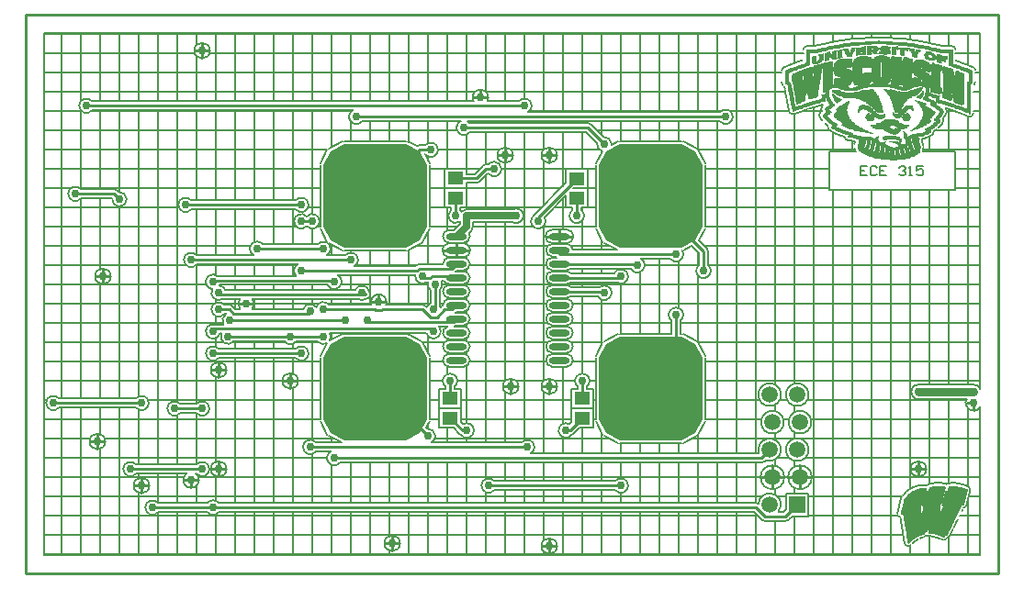
<source format=gtl>
G04 Layer_Physical_Order=1*
G04 Layer_Color=255*
%FSLAX25Y25*%
%MOIN*%
G70*
G01*
G75*
%ADD10C,0.00700*%
%ADD11C,0.00394*%
%ADD12R,0.05512X0.04724*%
%ADD13O,0.07480X0.02362*%
%ADD14C,0.01000*%
%ADD15C,0.02500*%
%ADD16C,0.03000*%
%ADD17C,0.00200*%
%ADD18C,0.00100*%
%ADD19C,0.00600*%
%ADD20C,0.05905*%
%ADD21R,0.05905X0.05905*%
%ADD22C,0.03000*%
G36*
X243000Y83500D02*
X245500Y78500D01*
Y56000D01*
X243000Y51000D01*
X238000Y48500D01*
X215500Y48500D01*
X210500Y51000D01*
X208000Y56000D01*
X208000Y78500D01*
X210500Y83500D01*
X215500Y86000D01*
X238000Y86000D01*
X243000Y83500D01*
D02*
G37*
G36*
X143000D02*
X145500Y78500D01*
Y56000D01*
X143000Y51000D01*
X138000Y48500D01*
X115500Y48500D01*
X110500Y51000D01*
X108000Y56000D01*
X108000Y78500D01*
X110500Y83500D01*
X115500Y86000D01*
X138000Y86000D01*
X143000Y83500D01*
D02*
G37*
G36*
X243000Y153500D02*
X245500Y148500D01*
Y126000D01*
X243000Y121000D01*
X238000Y118500D01*
X215500Y118500D01*
X210500Y121000D01*
X208000Y126000D01*
X208000Y148500D01*
X210500Y153500D01*
X215500Y156000D01*
X238000Y156000D01*
X243000Y153500D01*
D02*
G37*
G36*
X143000D02*
X145500Y148500D01*
Y126000D01*
X143000Y121000D01*
X138000Y118500D01*
X115500Y118500D01*
X110500Y121000D01*
X108000Y126000D01*
X108000Y148500D01*
X110500Y153500D01*
X115500Y156000D01*
X138000Y156000D01*
X143000Y153500D01*
D02*
G37*
D10*
X331078Y192050D02*
G03*
X330400Y192250I-678J-1050D01*
G01*
X329878D02*
G03*
X329200Y192450I-678J-1050D01*
G01*
X328278Y192650D02*
G03*
X327600Y192850I-678J-1050D01*
G01*
X329078Y192450D02*
G03*
X328400Y192650I-678J-1050D01*
G01*
X332478Y191650D02*
G03*
X332150Y191800I-678J-1050D01*
G01*
X332150Y191800D02*
G03*
X331400Y192050I-750J-1000D01*
G01*
X322878Y193650D02*
G03*
X322200Y193850I-678J-1050D01*
G01*
X324278Y193450D02*
G03*
X323600Y193650I-678J-1050D01*
G01*
X321878Y193850D02*
G03*
X321200Y194050I-678J-1050D01*
G01*
X326278Y193050D02*
G03*
X325682Y193247I-678J-1050D01*
G01*
X327478Y192850D02*
G03*
X326800Y193050I-678J-1050D01*
G01*
X325682Y193247D02*
G03*
X325000Y193450I-682J-1047D01*
G01*
X342282Y184647D02*
G03*
X341682Y184847I-682J-1047D01*
G01*
X343122Y184244D02*
G03*
X342282Y184647I-922J-844D01*
G01*
X341082Y185047D02*
G03*
X340750Y185200I-682J-1047D01*
G01*
X341682Y184847D02*
G03*
X341082Y185047I-682J-1047D01*
G01*
X344178Y177622D02*
G03*
X344650Y178600I-778J978D01*
G01*
X343750Y184000D02*
G03*
X343122Y184244I-750J-1000D01*
G01*
X344650Y182800D02*
G03*
X343750Y184000I-1250J0D01*
G01*
X339150Y185800D02*
G03*
X338482Y186047I-750J-1000D01*
G01*
X338482D02*
G03*
X337882Y186247I-682J-1047D01*
G01*
X339482Y185647D02*
G03*
X339150Y185800I-682J-1047D01*
G01*
X337450Y190400D02*
G03*
X336200Y191650I-1250J0D01*
G01*
X337882Y186247D02*
G03*
X337450Y186425I-682J-1047D01*
G01*
X340750Y185200D02*
G03*
X340082Y185447I-750J-1000D01*
G01*
D02*
G03*
X339482Y185647I-682J-1047D01*
G01*
X334683Y168950D02*
G03*
X335600Y168550I917J850D01*
G01*
X333922Y169150D02*
G03*
X334600Y168950I678J1050D01*
G01*
X334250Y168200D02*
G03*
X333812Y169150I-1250J0D01*
G01*
X314878Y194450D02*
G03*
X314200Y194650I-678J-1050D01*
G01*
X310478D02*
G03*
X309800Y194850I-678J-1050D01*
G01*
X309400Y194850D02*
G03*
X308722Y194650I0J-1250D01*
G01*
X320278Y194050D02*
G03*
X319600Y194250I-678J-1050D01*
G01*
X317878D02*
G03*
X317200Y194450I-678J-1050D01*
G01*
X304800Y194650D02*
G03*
X304122Y194450I0J-1250D01*
G01*
X301800D02*
G03*
X301122Y194250I0J-1250D01*
G01*
X299400D02*
G03*
X298722Y194050I0J-1250D01*
G01*
X297800D02*
G03*
X297122Y193850I0J-1250D01*
G01*
X296800D02*
G03*
X296122Y193650I0J-1250D01*
G01*
X295400D02*
G03*
X294722Y193450I0J-1250D01*
G01*
X294000D02*
G03*
X293318Y193247I0J-1250D01*
G01*
X293318D02*
G03*
X292722Y193050I82J-1247D01*
G01*
X292200D02*
G03*
X291522Y192850I0J-1250D01*
G01*
X291400D02*
G03*
X290722Y192650I0J-1250D01*
G01*
X290600D02*
G03*
X289922Y192450I0J-1250D01*
G01*
X289800D02*
G03*
X289122Y192250I0J-1250D01*
G01*
X288600D02*
G03*
X287922Y192050I0J-1250D01*
G01*
X288750Y170200D02*
G03*
X289078Y170350I-350J1200D01*
G01*
X289222Y169978D02*
G03*
X288754Y168900I778J-978D01*
G01*
X288000Y169950D02*
G03*
X288750Y170200I0J1250D01*
G01*
X287200Y169750D02*
G03*
X287878Y169950I0J1250D01*
G01*
X338250Y167600D02*
G03*
X338918Y167353I750J1000D01*
G01*
X338918D02*
G03*
X339518Y167153I682J1047D01*
G01*
X337318Y167953D02*
G03*
X337918Y167753I682J1047D01*
G01*
X336650Y168200D02*
G03*
X337318Y167953I750J1000D01*
G01*
X337918Y167753D02*
G03*
X338250Y167600I682J1047D01*
G01*
X341478Y166356D02*
G03*
X342400Y165950I922J844D01*
G01*
X340918Y166553D02*
G03*
X341478Y166356I682J1047D01*
G01*
X342600Y165950D02*
G03*
X343850Y167200I0J1250D01*
G01*
X339518Y167153D02*
G03*
X340078Y166956I682J1047D01*
G01*
X340078D02*
G03*
X340917Y166553I922J844D01*
G01*
X336318Y168353D02*
G03*
X336650Y168200I682J1047D01*
G01*
X335722Y168550D02*
G03*
X336318Y168353I678J1050D01*
G01*
X334000Y167050D02*
G03*
X334250Y167800I-1000J750D01*
G01*
X333596Y166436D02*
G03*
X334000Y167050I-796J964D01*
G01*
X333400Y166050D02*
G03*
X333596Y166436I-1000J750D01*
G01*
X332996Y165436D02*
G03*
X333400Y166050I-796J964D01*
G01*
X333050Y164800D02*
G03*
X332946Y165300I-1250J0D01*
G01*
X332596Y163436D02*
G03*
X333050Y164400I-796J964D01*
G01*
X331931Y162669D02*
G03*
X332596Y163436I-531J1131D01*
G01*
X331164Y162004D02*
G03*
X331931Y162669I-364J1196D01*
G01*
X329964Y161004D02*
G03*
X330578Y161422I-364J1196D01*
G01*
X329643Y160728D02*
G03*
X329964Y161004I-643J1072D01*
G01*
X329178Y159622D02*
G03*
X329650Y160600I-778J978D01*
G01*
X328550Y159200D02*
G03*
X329178Y159622I-350J1200D01*
G01*
X328164Y159004D02*
G03*
X328550Y159200I-364J1196D01*
G01*
X327550Y158600D02*
G03*
X328164Y159004I-350J1200D01*
G01*
X326800Y158350D02*
G03*
X327550Y158600I0J1250D01*
G01*
X326350Y158200D02*
G03*
X326678Y158350I-350J1200D01*
G01*
X325850Y155400D02*
G03*
X325647Y156082I-1250J0D01*
G01*
Y154118D02*
G03*
X325850Y154800I-1047J682D01*
G01*
X325600Y157950D02*
G03*
X326350Y158200I0J1250D01*
G01*
X325610Y153485D02*
G03*
X325650Y153800I-1210J315D01*
G01*
X294450Y159600D02*
G03*
X295118Y159353I750J1000D01*
G01*
X294050Y159800D02*
G03*
X294450Y159600I750J1000D01*
G01*
X295118Y159353D02*
G03*
X295718Y159153I682J1047D01*
G01*
X293036Y160404D02*
G03*
X293650Y160000I964J796D01*
G01*
X292718Y160553D02*
G03*
X293036Y160404I682J1047D01*
G01*
X293650Y160000D02*
G03*
X294050Y159800I750J1000D01*
G01*
X297171Y158571D02*
G03*
X298400Y157550I1229J229D01*
G01*
X299122D02*
G03*
X299718Y157353I678J1050D01*
G01*
X295718Y159153D02*
G03*
X296400Y158950I682J1047D01*
G01*
X296483D02*
G03*
X297171Y158571I917J850D01*
G01*
X288754Y168700D02*
G03*
X288880Y168046I1246J-100D01*
G01*
X288422Y167578D02*
G03*
X287954Y166500I778J-978D01*
G01*
X288604Y165236D02*
G03*
X289022Y164622I1196J364D01*
G01*
X287954Y166500D02*
G03*
X288422Y165422I1246J-100D01*
G01*
X291422Y161422D02*
G03*
X291739Y161139I978J778D01*
G01*
X291023Y162820D02*
G03*
X291422Y161422I1177J-421D01*
G01*
X291739Y161139D02*
G03*
X292718Y160553I1061J661D01*
G01*
X290222Y163422D02*
G03*
X290836Y163004I978J778D01*
G01*
X325247Y157318D02*
G03*
X325449Y157950I-1047J682D01*
G01*
X325400Y156750D02*
G03*
X325247Y157082I-1200J-350D01*
G01*
X325647Y156082D02*
G03*
X325400Y156750I-1247J-82D01*
G01*
X300754Y154500D02*
G03*
X301149Y153485I1246J-100D01*
G01*
X300722Y157150D02*
G03*
X301019Y157009I678J1050D01*
G01*
X299718Y157353D02*
G03*
X300400Y157150I682J1047D01*
G01*
X301000Y156950D02*
G03*
X300754Y156100I1000J-750D01*
G01*
X287600Y192050D02*
G03*
X286850Y191800I0J-1250D01*
G01*
D02*
G03*
X286522Y191650I350J-1200D01*
G01*
X283400D02*
G03*
X282154Y190300I0J-1250D01*
G01*
X281800Y186450D02*
G03*
X281118Y186247I0J-1250D01*
G01*
X281118D02*
G03*
X280518Y186047I82J-1247D01*
G01*
D02*
G03*
X279850Y185800I82J-1247D01*
G01*
X279850D02*
G03*
X279518Y185647I350J-1200D01*
G01*
X279518D02*
G03*
X278918Y185447I82J-1247D01*
G01*
X278918D02*
G03*
X278250Y185200I82J-1247D01*
G01*
D02*
G03*
X277918Y185047I350J-1200D01*
G01*
X277918D02*
G03*
X277318Y184847I82J-1247D01*
G01*
X277318D02*
G03*
X276718Y184647I82J-1247D01*
G01*
X276718D02*
G03*
X275878Y184244I82J-1247D01*
G01*
X275878D02*
G03*
X275250Y184000I122J-1244D01*
G01*
X275353Y176881D02*
G03*
X275553Y176118I1247J-81D01*
G01*
X275554Y175500D02*
G03*
X275753Y174718I1246J-100D01*
G01*
X275250Y184000D02*
G03*
X274354Y182700I350J-1200D01*
G01*
Y178500D02*
G03*
X274822Y177422I1246J-100D01*
G01*
X286000Y169350D02*
G03*
X286916Y169750I0J1250D01*
G01*
X285200Y169150D02*
G03*
X285878Y169350I0J1250D01*
G01*
X284400Y168950D02*
G03*
X285078Y169150I0J1250D01*
G01*
X283400Y168550D02*
G03*
X284316Y168950I0J1250D01*
G01*
X282682Y168353D02*
G03*
X283278Y168550I-82J1247D01*
G01*
X282350Y168200D02*
G03*
X282682Y168353I-350J1200D01*
G01*
X281682Y167953D02*
G03*
X282350Y168200I-82J1247D01*
G01*
X281082Y167753D02*
G03*
X281682Y167953I-82J1247D01*
G01*
X280750Y167600D02*
G03*
X281082Y167753I-350J1200D01*
G01*
X280082Y167353D02*
G03*
X280750Y167600I-82J1247D01*
G01*
X279483Y167153D02*
G03*
X280082Y167353I-82J1247D01*
G01*
X276354Y171300D02*
G03*
X276553Y170518I1246J-100D01*
G01*
X276154Y172300D02*
G03*
X276353Y171518I1246J-100D01*
G01*
X276554Y170500D02*
G03*
X276753Y169718I1246J-100D01*
G01*
X275754Y174300D02*
G03*
X275953Y173518I1246J-100D01*
G01*
X275954Y173500D02*
G03*
X276153Y172718I1246J-100D01*
G01*
X276954Y168300D02*
G03*
X278200Y166950I1246J-100D01*
G01*
X278800Y166950D02*
G03*
X279482Y167153I0J1250D01*
G01*
X276754Y169300D02*
G03*
X276953Y168518I1246J-100D01*
G01*
X256650Y166000D02*
G03*
X251926Y167650I-2650J0D01*
G01*
Y164350D02*
G03*
X256650Y166000I2074J1650D01*
G01*
X205167Y163167D02*
G03*
X204000Y163650I-1167J-1167D01*
G01*
X205167Y163167D02*
G03*
X204000Y163650I-1167J-1167D01*
G01*
X212650Y156000D02*
G03*
X209700Y158633I-2650J0D01*
G01*
X207367Y156299D02*
G03*
X209179Y153480I2633J-299D01*
G01*
X247650Y117000D02*
G03*
X247167Y118167I-1650J0D01*
G01*
X247650Y117000D02*
G03*
X247167Y118167I-1650J0D01*
G01*
X202650Y130000D02*
G03*
X201650Y132074I-2650J0D01*
G01*
X238650Y116000D02*
G03*
X238263Y117380I-2650J0D01*
G01*
X233926Y114350D02*
G03*
X238650Y116000I2074J1650D01*
G01*
X244350Y112074D02*
G03*
X248650Y110000I1650J-2074D01*
G01*
D02*
G03*
X247650Y112074I-2650J0D01*
G01*
X219613Y110850D02*
G03*
X224650Y112000I2387J1150D01*
G01*
D02*
G03*
X223225Y114350I-2650J0D01*
G01*
X218650Y108000D02*
G03*
X213613Y109150I-2650J0D01*
G01*
X214451Y105850D02*
G03*
X218650Y108000I1549J2150D01*
G01*
X212650Y102000D02*
G03*
X208451Y104150I-2650J0D01*
G01*
X207612Y100850D02*
G03*
X212650Y102000I2387J1150D01*
G01*
X198350Y132074D02*
G03*
X202650Y130000I1650J-2074D01*
G01*
X198791Y122500D02*
G03*
X196260Y125031I-2531J0D01*
G01*
Y119969D02*
G03*
X198791Y122500I0J2531D01*
G01*
X198586Y117650D02*
G03*
X196260Y119831I-2326J-150D01*
G01*
Y110169D02*
G03*
X197906Y110850I0J2331D01*
G01*
X192275Y115169D02*
G03*
X192536Y114831I1425J831D01*
G01*
X192275Y115169D02*
G03*
X192536Y114831I1425J831D01*
G01*
X196260Y105169D02*
G03*
X197906Y105850I0J2331D01*
G01*
Y109150D02*
G03*
X196260Y109831I-1647J-1650D01*
G01*
X197906Y104150D02*
G03*
X196260Y104831I-1647J-1650D01*
G01*
Y100169D02*
G03*
X197906Y100850I0J2331D01*
G01*
X198591Y97500D02*
G03*
X196260Y99831I-2331J0D01*
G01*
Y95169D02*
G03*
X198591Y97500I0J2331D01*
G01*
X346350Y67225D02*
G03*
X344000Y68650I-2350J-1225D01*
G01*
X346350Y67225D02*
G03*
X344000Y68650I-2350J-1225D01*
G01*
X341490Y63350D02*
G03*
X346350Y60387I2510J-1350D01*
G01*
X337980Y32800D02*
G03*
X337500Y32900I-480J-1100D01*
G01*
X335700D02*
G03*
X335220Y32800I0J-1200D01*
G01*
X332080Y32900D02*
G03*
X331600Y33000I-480J-1100D01*
G01*
X331100D02*
G03*
X330620Y32900I0J-1200D01*
G01*
X333280Y32800D02*
G03*
X332800Y32900I-480J-1100D01*
G01*
X329800D02*
G03*
X329320Y32800I0J-1200D01*
G01*
X329100D02*
G03*
X328620Y32700I0J-1200D01*
G01*
X341934Y31719D02*
G03*
X341526Y31879I-634J-1019D01*
G01*
X340834Y32119D02*
G03*
X340426Y32278I-634J-1019D01*
G01*
X340426Y32278D02*
G03*
X340126Y32379I-526J-1079D01*
G01*
X341434Y31919D02*
G03*
X340887Y32097I-634J-1019D01*
G01*
X342700Y29920D02*
G03*
X342800Y30400I-1100J480D01*
G01*
X342597Y29413D02*
G03*
X342700Y29900I-1097J487D01*
G01*
X342497Y29013D02*
G03*
X342597Y29413I-1097J487D01*
G01*
X342397Y31397D02*
G03*
X341934Y31719I-897J-797D01*
G01*
X342800Y30500D02*
G03*
X342397Y31397I-1200J0D01*
G01*
X338580Y32700D02*
G03*
X338100Y32800I-480J-1100D01*
G01*
X335100D02*
G03*
X334466Y32619I0J-1200D01*
G01*
X339287Y32597D02*
G03*
X338800Y32700I-487J-1097D01*
G01*
X333826Y32678D02*
G03*
X333300Y32800I-526J-1079D01*
G01*
X339687Y32497D02*
G03*
X339287Y32597I-487J-1097D01*
G01*
X334250Y32509D02*
G03*
X333826Y32678I-650J-1009D01*
G01*
X340126Y32379D02*
G03*
X339687Y32497I-526J-1079D01*
G01*
X328600Y32700D02*
G03*
X328113Y32597I0J-1200D01*
G01*
D02*
G03*
X327566Y32419I87J-1197D01*
G01*
X324000Y68650D02*
G03*
X324000Y63350I0J-2650D01*
G01*
Y68650D02*
G03*
X324000Y63350I0J-2650D01*
G01*
X285103Y55000D02*
G03*
X285103Y55000I-4103J0D01*
G01*
X326850Y38000D02*
G03*
X326850Y38000I-2850J0D01*
G01*
X327126Y32122D02*
G03*
X326700Y32200I-426J-1122D01*
G01*
X327566Y32419D02*
G03*
X327126Y32122I434J-1119D01*
G01*
X325100Y32200D02*
G03*
X324620Y32100I0J-1200D01*
G01*
X324400D02*
G03*
X323913Y31997I0J-1200D01*
G01*
D02*
G03*
X323474Y31879I87J-1197D01*
G01*
X323474Y31879D02*
G03*
X323174Y31778I226J-1178D01*
G01*
X323174Y31778D02*
G03*
X322874Y31679I226J-1178D01*
G01*
X322874Y31679D02*
G03*
X322574Y31578I226J-1178D01*
G01*
X322574Y31578D02*
G03*
X322166Y31419I226J-1178D01*
G01*
X322074Y31378D02*
G03*
X321492Y31087I226J-1178D01*
G01*
X321366Y31019D02*
G03*
X320992Y30787I434J-1119D01*
G01*
X320992D02*
G03*
X320692Y30587I508J-1087D01*
G01*
X320566Y30519D02*
G03*
X320192Y30287I434J-1119D01*
G01*
X320192D02*
G03*
X319803Y29997I508J-1087D01*
G01*
X285303Y35000D02*
G03*
X285303Y35000I-4303J0D01*
G01*
X319592Y29787D02*
G03*
X318921Y28926I508J-1087D01*
G01*
X342378Y28574D02*
G03*
X342497Y29013I-1079J526D01*
G01*
X342197Y27813D02*
G03*
X342300Y28300I-1097J487D01*
G01*
X342097Y27413D02*
G03*
X342197Y27813I-1097J487D01*
G01*
X341997Y27013D02*
G03*
X342097Y27413I-1097J487D01*
G01*
X341897Y26613D02*
G03*
X341997Y27013I-1097J487D01*
G01*
X341797Y26213D02*
G03*
X341897Y26613I-1097J487D01*
G01*
X341697Y25813D02*
G03*
X341797Y26213I-1097J487D01*
G01*
X341597Y25413D02*
G03*
X341697Y25813I-1097J487D01*
G01*
X341478Y24974D02*
G03*
X341597Y25413I-1079J526D01*
G01*
X341097Y24303D02*
G03*
X341478Y24974I-797J897D01*
G01*
X340298Y23904D02*
G03*
X341097Y24303I-98J1196D01*
G01*
X339819Y22866D02*
G03*
X339979Y23274I-1019J634D01*
G01*
X338019Y19166D02*
G03*
X338178Y19574I-1019J634D01*
G01*
X337787Y18792D02*
G03*
X338019Y19166I-887J808D01*
G01*
X337619Y18366D02*
G03*
X337778Y18774I-1019J634D01*
G01*
X337255Y17673D02*
G03*
X337419Y17966I-955J727D01*
G01*
X337119Y17366D02*
G03*
X337255Y17673I-1019J634D01*
G01*
X336787Y16692D02*
G03*
X337078Y17274I-887J808D01*
G01*
X336255Y15573D02*
G03*
X336478Y16074I-955J727D01*
G01*
X335987Y15092D02*
G03*
X336255Y15573I-887J808D01*
G01*
X335587Y14292D02*
G03*
X335878Y14874I-887J808D01*
G01*
X335419Y13866D02*
G03*
X335578Y14274I-1019J634D01*
G01*
X335097Y13403D02*
G03*
X335419Y13866I-797J897D01*
G01*
X334398Y13016D02*
G03*
X335097Y13403I-198J1183D01*
G01*
X334097Y12603D02*
G03*
X334398Y13016I-797J897D01*
G01*
X332366Y12381D02*
G03*
X333000Y12200I634J1019D01*
G01*
X333200D02*
G03*
X334097Y12603I0J1200D01*
G01*
X328920Y13500D02*
G03*
X329400Y13400I480J1100D01*
G01*
X328320Y13600D02*
G03*
X328800Y13500I480J1100D01*
G01*
X326928Y13881D02*
G03*
X327700Y13600I772J919D01*
G01*
X330966Y12981D02*
G03*
X331374Y12822I634J1019D01*
G01*
X330474Y13122D02*
G03*
X330913Y13003I526J1079D01*
G01*
X331466Y12781D02*
G03*
X331874Y12621I634J1019D01*
G01*
X329520Y13400D02*
G03*
X329913Y13303I480J1100D01*
G01*
X330174Y13221D02*
G03*
X330474Y13122I526J1079D01*
G01*
X318792Y28687D02*
G03*
X318403Y28397I508J-1087D01*
G01*
X318003Y27997D02*
G03*
X317603Y27187I797J-897D01*
G01*
X317501Y20150D02*
G03*
X317600Y19620I1199J-50D01*
G01*
X317603Y27187D02*
G03*
X317500Y26680I1097J-487D01*
G01*
X316403Y22187D02*
G03*
X317500Y20500I1097J-487D01*
G01*
X317901Y17550D02*
G03*
X318000Y17020I1199J-50D01*
G01*
X317801Y18250D02*
G03*
X317900Y17720I1199J-50D01*
G01*
X318000Y17020D02*
G03*
X318100Y16520I1200J-20D01*
G01*
X317601Y19550D02*
G03*
X317700Y19020I1199J-50D01*
G01*
X317701Y18950D02*
G03*
X317800Y18420I1199J-50D01*
G01*
X317422Y26426D02*
G03*
X317300Y25880I1079J-526D01*
G01*
D02*
G03*
X317203Y25487I1100J-480D01*
G01*
D02*
G03*
X317103Y25087I1097J-487D01*
G01*
D02*
G03*
X317003Y24687I1097J-487D01*
G01*
D02*
G03*
X316903Y24287I1097J-487D01*
G01*
D02*
G03*
X316800Y23780I1097J-487D01*
G01*
X316722Y23526D02*
G03*
X316600Y22980I1079J-526D01*
G01*
D02*
G03*
X316503Y22587I1100J-480D01*
G01*
D02*
G03*
X316403Y22187I1097J-487D01*
G01*
X325987Y13303D02*
G03*
X326928Y13881I-87J1197D01*
G01*
X325426Y13122D02*
G03*
X325726Y13221I-226J1178D01*
G01*
X325126Y13022D02*
G03*
X325426Y13122I-226J1178D01*
G01*
X324626Y12822D02*
G03*
X325034Y12981I-226J1178D01*
G01*
X323434Y12181D02*
G03*
X323808Y12413I-434J1119D01*
G01*
X323008Y11913D02*
G03*
X323308Y12113I-508J1087D01*
G01*
X322608Y11613D02*
G03*
X322997Y11903I-508J1087D01*
G01*
X322208Y11313D02*
G03*
X322597Y11603I-508J1087D01*
G01*
X321808Y11013D02*
G03*
X322197Y11303I-508J1087D01*
G01*
X320300Y10000D02*
G03*
X321197Y10403I0J1200D01*
G01*
X318401Y14450D02*
G03*
X318500Y13920I1199J-50D01*
G01*
X318300Y15120D02*
G03*
X318400Y14620I1200J-20D01*
G01*
X318501Y13750D02*
G03*
X318600Y13220I1199J-50D01*
G01*
X318101Y16350D02*
G03*
X318200Y15820I1199J-50D01*
G01*
X318201Y15650D02*
G03*
X318300Y15120I1199J-50D01*
G01*
X318901Y11350D02*
G03*
X319303Y10403I1199J-50D01*
G01*
X318801Y11950D02*
G03*
X318900Y11420I1199J-50D01*
G01*
X319303Y10403D02*
G03*
X320200Y10000I897J797D01*
G01*
X318600Y13220D02*
G03*
X318700Y12720I1200J-20D01*
G01*
X318701Y12550D02*
G03*
X318800Y12020I1199J-50D01*
G01*
X238650Y94000D02*
G03*
X234350Y91926I-2650J0D01*
G01*
X237650Y91926D02*
G03*
X238650Y94000I-1650J2074D01*
G01*
X284103Y65000D02*
G03*
X284103Y65000I-4103J0D01*
G01*
X274103D02*
G03*
X274103Y65000I-4103J0D01*
G01*
X275103Y55000D02*
G03*
X275103Y55000I-4103J0D01*
G01*
X198591Y92500D02*
G03*
X196260Y94831I-2331J0D01*
G01*
Y90169D02*
G03*
X198591Y92500I0J2331D01*
G01*
X196260Y85169D02*
G03*
X198591Y87500I0J2331D01*
G01*
D02*
G03*
X196260Y89831I-2331J0D01*
G01*
X198591Y82500D02*
G03*
X196260Y84831I-2331J0D01*
G01*
Y80169D02*
G03*
X198591Y82500I0J2331D01*
G01*
Y77500D02*
G03*
X196260Y79831I-2331J0D01*
G01*
Y75169D02*
G03*
X198591Y77500I0J2331D01*
G01*
X203650Y67926D02*
G03*
X204650Y70000I-1650J2074D01*
G01*
D02*
G03*
X200350Y67926I-2650J0D01*
G01*
X198178Y50490D02*
G03*
X198679Y50833I-666J1510D01*
G01*
X197418Y54239D02*
G03*
X198178Y50490I-1418J-2239D01*
G01*
X284103Y45000D02*
G03*
X284103Y45000I-4103J0D01*
G01*
X275303Y35000D02*
G03*
X275303Y35000I-4303J0D01*
G01*
X268511Y41177D02*
G03*
X274103Y45000I1489J3823D01*
G01*
D02*
G03*
X266126Y43650I-4103J0D01*
G01*
X267000Y40350D02*
G03*
X268167Y40833I0J1650D01*
G01*
X267000Y40350D02*
G03*
X268167Y40833I0J1650D01*
G01*
X275747Y19097D02*
G03*
X276914Y19580I0J1650D01*
G01*
X275747Y19097D02*
G03*
X276914Y19580I0J1650D01*
G01*
X274103Y25000D02*
G03*
X265914Y25365I-4103J0D01*
G01*
X273171Y22397D02*
G03*
X274103Y25000I-3171J2603D01*
G01*
X265914Y25365D02*
G03*
X264986Y25650I-928J-1364D01*
G01*
X267072Y19580D02*
G03*
X268238Y19097I1167J1167D01*
G01*
X267072Y19580D02*
G03*
X268238Y19097I1167J1167D01*
G01*
X198178Y50490D02*
G03*
X198679Y50833I-666J1510D01*
G01*
X218650Y32000D02*
G03*
X213926Y33650I-2650J0D01*
G01*
Y30350D02*
G03*
X218650Y32000I2074J1650D01*
G01*
X265914Y25365D02*
G03*
X264986Y25650I-928J-1364D01*
G01*
X182225Y167650D02*
G03*
X183650Y170000I-1225J2350D01*
G01*
D02*
G03*
X178926Y171650I-2650J0D01*
G01*
X167510D02*
G03*
X167850Y173000I-2510J1350D01*
G01*
X192850Y152000D02*
G03*
X192850Y152000I-2850J0D01*
G01*
X176850D02*
G03*
X176850Y152000I-2850J0D01*
G01*
X170000Y149650D02*
G03*
X167926Y148650I0J-2650D01*
G01*
X172650Y147000D02*
G03*
X170000Y149650I-2650J0D01*
G01*
X167000Y148650D02*
G03*
X165833Y148167I0J-1650D01*
G01*
X167926Y145350D02*
G03*
X172650Y147000I2074J1650D01*
G01*
X167000Y148650D02*
G03*
X165833Y148167I0J-1650D01*
G01*
X163574Y141924D02*
G03*
X164741Y142408I0J1650D01*
G01*
X167850Y173000D02*
G03*
X162490Y171650I-2850J0D01*
G01*
X161117Y163650D02*
G03*
X160268Y164350I-2074J-1650D01*
G01*
X157819D02*
G03*
X161117Y160350I1225J-2350D01*
G01*
X144926Y152350D02*
G03*
X149650Y154000I2074J1650D01*
G01*
D02*
G03*
X144926Y155650I-2650J0D01*
G01*
X163574Y141924D02*
G03*
X164741Y142408I0J1650D01*
G01*
X184833Y130710D02*
G03*
X184471Y130165I1167J-1167D01*
G01*
X184833Y130710D02*
G03*
X184471Y130165I1167J-1167D01*
G01*
D02*
G03*
X188650Y128000I1529J-2165D01*
G01*
X180650Y130000D02*
G03*
X176876Y132400I-2650J0D01*
G01*
Y127600D02*
G03*
X180650Y130000I1124J2400D01*
G01*
X188650Y128000D02*
G03*
X188227Y129437I-2650J0D01*
G01*
X160000Y132400D02*
G03*
X158158Y131538I0J-2400D01*
G01*
X160000Y132400D02*
G03*
X158158Y131538I0J-2400D01*
G01*
D02*
G03*
X157650Y132074I-2158J-1538D01*
G01*
X161697Y124504D02*
G03*
X162400Y126201I-1697J1697D01*
G01*
X161697Y124504D02*
G03*
X162400Y126201I-1697J1697D01*
G01*
X161189Y122500D02*
G03*
X160870Y123677I-2331J0D01*
G01*
X158858Y120169D02*
G03*
X161189Y122500I0J2331D01*
G01*
X191142Y119831D02*
G03*
X191142Y115169I0J-2331D01*
G01*
Y125031D02*
G03*
X191142Y119969I0J-2531D01*
G01*
Y114831D02*
G03*
X191142Y110169I0J-2331D01*
G01*
X161389Y117500D02*
G03*
X158858Y120031I-2531J0D01*
G01*
Y114969D02*
G03*
X161389Y117500I0J2531D01*
G01*
X191142Y109831D02*
G03*
X191142Y105169I0J-2331D01*
G01*
Y104831D02*
G03*
X191142Y100169I0J-2331D01*
G01*
X161189Y112500D02*
G03*
X158858Y114831I-2331J0D01*
G01*
Y110169D02*
G03*
X161189Y112500I0J2331D01*
G01*
Y107500D02*
G03*
X158858Y109831I-2331J0D01*
G01*
Y105169D02*
G03*
X161189Y107500I0J2331D01*
G01*
Y102500D02*
G03*
X158858Y104831I-2331J0D01*
G01*
Y100169D02*
G03*
X161189Y102500I0J2331D01*
G01*
X155728Y120169D02*
G03*
X156870Y120169I571J2331D01*
G01*
X154350Y132074D02*
G03*
X157600Y127887I1650J-2074D01*
G01*
X153740Y124831D02*
G03*
X153740Y120169I0J-2331D01*
G01*
Y120031D02*
G03*
X153740Y114969I0J-2531D01*
G01*
Y114831D02*
G03*
X151410Y112450I0J-2331D01*
G01*
X151772Y106250D02*
G03*
X153740Y105169I1968J1250D01*
G01*
X151150Y105100D02*
G03*
X150888Y106250I-2650J0D01*
G01*
X145958Y105850D02*
G03*
X146850Y103026I2542J-750D01*
G01*
X153740Y104831D02*
G03*
X153740Y100169I0J-2331D01*
G01*
X150150Y103026D02*
G03*
X151150Y105100I-1650J2074D01*
G01*
X143000Y155650D02*
G03*
X141999Y155312I0J-1650D01*
G01*
X118775Y168350D02*
G03*
X122074Y164350I1225J-2350D01*
G01*
X143000Y155650D02*
G03*
X141999Y155312I0J-1650D01*
G01*
X97926Y132350D02*
G03*
X102650Y134000I2074J1650D01*
G01*
D02*
G03*
X97926Y135650I-2650J0D01*
G01*
X66850Y190000D02*
G03*
X66850Y190000I-2850J0D01*
G01*
X24074Y171650D02*
G03*
X24074Y168350I-2074J-1650D01*
G01*
X60074Y135650D02*
G03*
X60074Y132350I-2074J-1650D01*
G01*
X36650Y136000D02*
G03*
X33700Y138633I-2650J0D01*
G01*
X31367Y136300D02*
G03*
X36650Y136000I2633J-299D01*
G01*
X20074Y139650D02*
G03*
X20074Y136350I-2074J-1650D01*
G01*
X33167Y139167D02*
G03*
X32000Y139650I-1167J-1167D01*
G01*
X33167Y139167D02*
G03*
X32000Y139650I-1167J-1167D01*
G01*
X142840Y112450D02*
G03*
X141674Y111967I0J-1650D01*
G01*
X142840Y112450D02*
G03*
X141674Y111967I0J-1650D01*
G01*
X110650Y118000D02*
G03*
X105926Y119650I-2650J0D01*
G01*
X120650Y114000D02*
G03*
X115926Y115650I-2650J0D01*
G01*
X109225D02*
G03*
X110650Y118000I-1225J2350D01*
G01*
X141373Y108350D02*
G03*
X145549Y105850I2627J-350D01*
G01*
X123478Y99800D02*
G03*
X125100Y101450I-28J1650D01*
G01*
X123478Y99800D02*
G03*
X125100Y101450I-28J1650D01*
G01*
X119225Y111650D02*
G03*
X120650Y114000I-1225J2350D01*
G01*
X114650Y106000D02*
G03*
X113225Y108350I-2650J0D01*
G01*
X109589Y104900D02*
G03*
X114650Y106000I2411J1100D01*
G01*
X125100Y101450D02*
G03*
X124617Y102617I-1650J0D01*
G01*
X125100Y101450D02*
G03*
X124617Y102617I-1650J0D01*
G01*
X120523Y99800D02*
G03*
X123478Y99800I1477J2200D01*
G01*
X124564Y102669D02*
G03*
X119589Y103100I-2564J-669D01*
G01*
X102000Y126261D02*
G03*
X106650Y128000I2000J1739D01*
G01*
D02*
G03*
X102000Y129738I-2650J0D01*
G01*
D02*
G03*
X102000Y126261I-2000J-1739D01*
G01*
X98775Y112350D02*
G03*
X98055Y108200I1225J-2350D01*
G01*
X86074Y119650D02*
G03*
X82775Y115650I-2074J-1650D01*
G01*
X62074D02*
G03*
X62074Y112350I-2074J-1650D01*
G01*
X72411Y103100D02*
G03*
X70272Y104636I-2411J-1100D01*
G01*
X69477Y108200D02*
G03*
X67728Y103364I-1477J-2200D01*
G01*
X30850Y108000D02*
G03*
X30850Y108000I-2850J0D01*
G01*
X67728Y103364D02*
G03*
X71477Y99800I2272J-1364D01*
G01*
X191142Y99831D02*
G03*
X191142Y95169I0J-2331D01*
G01*
X161189Y97500D02*
G03*
X158858Y99831I-2331J0D01*
G01*
X191142Y94831D02*
G03*
X191142Y90169I0J-2331D01*
G01*
X161189Y92500D02*
G03*
X158858Y94831I-2331J0D01*
G01*
Y95169D02*
G03*
X161189Y97500I0J2331D01*
G01*
X158858Y90169D02*
G03*
X161189Y92500I0J2331D01*
G01*
X191142Y89831D02*
G03*
X191142Y85169I0J-2331D01*
G01*
X161189Y87500D02*
G03*
X158858Y89831I-2331J0D01*
G01*
Y85169D02*
G03*
X161189Y87500I0J2331D01*
G01*
X155710Y89831D02*
G03*
X156298Y90169I-511J1569D01*
G01*
X155710Y89831D02*
G03*
X156298Y90169I-511J1569D01*
G01*
X191142Y79831D02*
G03*
X191142Y75169I0J-2331D01*
G01*
Y84831D02*
G03*
X191142Y80169I0J-2331D01*
G01*
X192850Y68000D02*
G03*
X192850Y68000I-2850J0D01*
G01*
X178850D02*
G03*
X178850Y68000I-2850J0D01*
G01*
X161189Y82500D02*
G03*
X158858Y84831I-2331J0D01*
G01*
Y80169D02*
G03*
X161189Y82500I0J2331D01*
G01*
X158858Y75169D02*
G03*
X161189Y77500I0J2331D01*
G01*
D02*
G03*
X158858Y79831I-2331J0D01*
G01*
X153740Y99831D02*
G03*
X151410Y97556I0J-2331D01*
G01*
D02*
G03*
X150793Y97167I550J-1556D01*
G01*
X146850Y98387D02*
G03*
X145499Y96875I1150J-2387D01*
G01*
X151410Y97556D02*
G03*
X150793Y97167I550J-1556D01*
G01*
X150501Y96875D02*
G03*
X150150Y97549I-2501J-875D01*
G01*
X130787Y97650D02*
G03*
X130950Y98600I-2687J950D01*
G01*
D02*
G03*
X125413Y97650I-2850J0D01*
G01*
X145207Y97167D02*
G03*
X144040Y97650I-1167J-1167D01*
G01*
X145207Y97167D02*
G03*
X144040Y97650I-1167J-1167D01*
G01*
X153131Y89750D02*
G03*
X153740Y85169I610J-2250D01*
G01*
Y84831D02*
G03*
X153740Y80169I0J-2331D01*
G01*
Y79831D02*
G03*
X153740Y75169I0J-2331D01*
G01*
X156650Y70000D02*
G03*
X152350Y67926I-2650J0D01*
G01*
X150650Y88000D02*
G03*
X149990Y89750I-2650J0D01*
G01*
X145458Y87250D02*
G03*
X150650Y88000I2542J750D01*
G01*
X183225Y43650D02*
G03*
X184650Y46000I-1225J2350D01*
G01*
D02*
G03*
X179926Y47650I-2650J0D01*
G01*
X155650Y67926D02*
G03*
X156650Y70000I-1650J2074D01*
G01*
X157822Y50490D02*
G03*
X162650Y52000I2178J1510D01*
G01*
D02*
G03*
X158582Y54239I-2650J0D01*
G01*
X157321Y50833D02*
G03*
X157822Y50490I1167J1167D01*
G01*
X157321Y50833D02*
G03*
X157822Y50490I1167J1167D01*
G01*
X192850Y10000D02*
G03*
X192850Y10000I-2850J0D01*
G01*
X170074Y33650D02*
G03*
X170074Y30350I-2074J-1650D01*
G01*
X148650Y50000D02*
G03*
X145701Y52633I-2650J0D01*
G01*
X147225Y47650D02*
G03*
X148650Y50000I-1225J2350D01*
G01*
X135850Y11000D02*
G03*
X135850Y11000I-2850J0D01*
G01*
X110074Y97650D02*
G03*
X105464Y96769I-2074J-1650D01*
G01*
X105464D02*
G03*
X100792Y96200I-2189J-1494D01*
G01*
X110650Y86000D02*
G03*
X110337Y87250I-2650J0D01*
G01*
X110321Y84722D02*
G03*
X110650Y86000I-2321J1278D01*
G01*
X82850Y98000D02*
G03*
X82210Y99800I-2850J0D01*
G01*
X77790D02*
G03*
X77790Y96200I2210J-1800D01*
G01*
X82210D02*
G03*
X82850Y98000I-2210J1800D01*
G01*
X105926Y84350D02*
G03*
X109278Y83679I2074J1650D01*
G01*
X93851Y84450D02*
G03*
X98074Y84350I2149J1550D01*
G01*
X102650Y80000D02*
G03*
X97926Y81650I-2650J0D01*
G01*
Y78350D02*
G03*
X102650Y80000I2074J1650D01*
G01*
X98850Y70000D02*
G03*
X98850Y70000I-2850J0D01*
G01*
X75126Y97167D02*
G03*
X73960Y97650I-1167J-1167D01*
G01*
X75126Y97167D02*
G03*
X73960Y97650I-1167J-1167D01*
G01*
X71013Y87250D02*
G03*
X75474Y84450I2387J-1150D01*
G01*
X72775Y94350D02*
G03*
X71782Y90550I1225J-2350D01*
G01*
X72074Y97650D02*
G03*
X72074Y94350I-2074J-1650D01*
G01*
X68746Y90543D02*
G03*
X70542Y87250I-746J-2543D01*
G01*
X70074Y81650D02*
G03*
X70074Y78350I-2074J-1650D01*
G01*
X72850Y74000D02*
G03*
X72850Y74000I-2850J0D01*
G01*
X12074Y63650D02*
G03*
X12074Y60350I-2074J-1650D01*
G01*
X110775Y44350D02*
G03*
X114074Y40350I1225J-2350D01*
G01*
X105349Y47650D02*
G03*
X105349Y44350I-2074J-1650D01*
G01*
X72850Y38000D02*
G03*
X72850Y38000I-2850J0D01*
G01*
X61926Y58350D02*
G03*
X66650Y60000I2074J1650D01*
G01*
D02*
G03*
X61926Y61650I-2650J0D01*
G01*
X66650Y38000D02*
G03*
X61926Y39650I-2650J0D01*
G01*
Y36350D02*
G03*
X66650Y38000I2074J1650D01*
G01*
X62850Y34000D02*
G03*
X61612Y36350I-2850J0D01*
G01*
X58388D02*
G03*
X62850Y34000I1612J-2350D01*
G01*
X65926Y22350D02*
G03*
X70074Y22350I2074J1650D01*
G01*
Y25650D02*
G03*
X65926Y25650I-2074J-1650D01*
G01*
X56074Y61650D02*
G03*
X56074Y58350I-2074J-1650D01*
G01*
X39926Y60350D02*
G03*
X44650Y62000I2074J1650D01*
G01*
D02*
G03*
X39926Y63650I-2650J0D01*
G01*
X28850Y48000D02*
G03*
X28850Y48000I-2850J0D01*
G01*
X44850Y32000D02*
G03*
X44850Y32000I-2850J0D01*
G01*
X48074Y25650D02*
G03*
X48074Y22350I-2074J-1650D01*
G01*
X40074Y39650D02*
G03*
X40074Y36350I-2074J-1650D01*
G01*
X335000Y191650D02*
Y196350D01*
X328000Y192784D02*
Y196350D01*
X332478Y191650D02*
X336200D01*
X329878Y192250D02*
X330400D01*
X331078Y192050D02*
X331400D01*
X322878Y193650D02*
X323600D01*
X321000Y194050D02*
Y196350D01*
X321878Y193850D02*
X322200D01*
X326278Y193050D02*
X326800D01*
X324278Y193450D02*
X325000D01*
X342000Y184784D02*
Y196350D01*
X337450Y189000D02*
X346350D01*
X344650Y182000D02*
X346350D01*
X343850Y175000D02*
X346350D01*
X310478Y194650D02*
X314200D01*
X314000D02*
Y196350D01*
X309400Y194850D02*
X309800Y194850D01*
X317878Y194250D02*
X319600D01*
X320278Y194050D02*
X321200D01*
X314878Y194450D02*
X317200D01*
X304800Y194650D02*
X308722D01*
X307000D02*
Y196350D01*
X301800Y194450D02*
X304122D01*
X300000Y194250D02*
Y196350D01*
X299400Y194250D02*
X301122D01*
X297800Y194050D02*
X298722D01*
X296800Y193850D02*
X297122D01*
X295400Y193650D02*
X296122D01*
X294000Y193450D02*
X294722D01*
X293000Y193184D02*
Y196350D01*
X292200Y193050D02*
X292722D01*
X288600Y192250D02*
X289122D01*
X287600Y192050D02*
X287922D01*
X289078Y170350D02*
X289400D01*
X343850Y168000D02*
X346350D01*
X334250D02*
X337050D01*
X335000Y153485D02*
Y168703D01*
X329960Y161000D02*
X346350D01*
X337242Y140000D02*
X346350D01*
X337242Y147000D02*
X346350D01*
X337242Y139308D02*
Y153485D01*
X325650Y154000D02*
X346350D01*
X325610Y153485D02*
X337242D01*
X328000D02*
Y158839D01*
X298400Y157550D02*
X299122D01*
X281950Y168000D02*
X288840D01*
X207333Y161000D02*
X291840D01*
X291555Y153485D02*
X301149D01*
X291555Y139308D02*
X337242D01*
X246673Y126000D02*
X346350D01*
X246673Y133000D02*
X346350D01*
X247739Y112000D02*
X346350D01*
X246334Y119000D02*
X346350D01*
X198537Y98000D02*
X346350D01*
X300400Y157150D02*
X300722D01*
X300000Y153485D02*
Y157216D01*
X293000Y153485D02*
Y160416D01*
X246673Y140000D02*
X291555D01*
Y139308D02*
Y153485D01*
X244061Y154000D02*
X300816D01*
X246673Y147000D02*
X291555D01*
X286000Y191650D02*
Y196350D01*
X283400Y191650D02*
X286522D01*
X279000Y185497D02*
Y196350D01*
X278200Y166950D02*
X278800Y166950D01*
X255738Y168000D02*
X276966D01*
X251000Y167650D02*
Y196350D01*
X244000Y167650D02*
Y196350D01*
X230000Y167650D02*
Y196350D01*
X223000Y167650D02*
Y196350D01*
X237000Y167650D02*
Y196350D01*
Y157173D02*
Y164350D01*
X230000Y157173D02*
Y164350D01*
X223000Y157172D02*
Y164350D01*
X216000Y157172D02*
Y164350D01*
Y167650D02*
Y196350D01*
X209000Y167650D02*
Y196350D01*
Y159334D02*
Y164350D01*
X195000Y167650D02*
Y196350D01*
X202000Y167650D02*
Y196350D01*
X205167Y163167D02*
X209700Y158633D01*
X195000Y163650D02*
Y164350D01*
X202000Y163650D02*
Y164350D01*
X238524Y157049D02*
X243524Y154549D01*
X215500Y157172D02*
X238000Y157173D01*
X244000Y154087D02*
Y164350D01*
X212648Y155885D02*
X214976Y157049D01*
X244049Y154024D02*
X246549Y149024D01*
X209000Y153122D02*
Y153546D01*
X246673Y126000D02*
Y148500D01*
X192030Y154000D02*
X208261D01*
X206951Y149024D02*
X209179Y153480D01*
X203316Y160350D02*
X207367Y156299D01*
X202000Y147055D02*
Y160350D01*
X195000Y140877D02*
Y160350D01*
X203906Y140031D02*
Y147055D01*
X196094D02*
X203906D01*
X206827Y126000D02*
X206827Y148500D01*
X196094Y141971D02*
Y147055D01*
X244318Y121015D02*
X247167Y118167D01*
X244318Y121015D02*
X246549Y125476D01*
X209000Y117650D02*
Y121378D01*
X203906Y147000D02*
X206827D01*
X198790Y140000D02*
X206827D01*
X206951Y125476D02*
X209451Y120475D01*
X238524Y117451D02*
X241652Y119015D01*
X198586Y117650D02*
X214578D01*
X209976Y119951D02*
X214578Y117650D01*
X203906Y133000D02*
X206827D01*
X198821Y140031D02*
X203906D01*
Y132945D02*
Y139969D01*
X198759D02*
X203906D01*
X198350Y132074D02*
Y132945D01*
X201650D02*
X203906D01*
X202000Y131738D02*
Y132945D01*
Y117650D02*
Y128261D01*
X201650Y132074D02*
Y132945D01*
X247650Y112074D02*
Y117000D01*
X244350Y112074D02*
Y116316D01*
X244000Y111739D02*
Y116666D01*
X241652Y119015D02*
X244350Y116316D01*
X237000Y96454D02*
Y113546D01*
X223225Y114350D02*
X233926D01*
X224650Y112000D02*
X244262D01*
X202000Y109150D02*
Y110850D01*
X209000Y109150D02*
Y110850D01*
Y104454D02*
Y105850D01*
X202000Y104150D02*
Y105850D01*
X196094Y132945D02*
X198350D01*
X191142Y125031D02*
X196260D01*
X198044Y119000D02*
X211878D01*
X197906Y110850D02*
X219613D01*
X191142Y119831D02*
X196260D01*
X196094Y132945D02*
Y137304D01*
X195000Y125031D02*
Y136210D01*
X191790Y133000D02*
X196094D01*
X191142Y119969D02*
X196260D01*
X191142Y115169D02*
X192275D01*
X191142Y114831D02*
X192536D01*
X197906Y105850D02*
X214451D01*
X197906Y109150D02*
X213613D01*
X197906Y104150D02*
X208451D01*
X197906Y100850D02*
X207612D01*
X191142Y95169D02*
X196260D01*
X191142Y110169D02*
X196260D01*
X195000Y109831D02*
Y110169D01*
Y104831D02*
Y105169D01*
X191142Y109831D02*
X196260D01*
X191142Y105169D02*
X196260D01*
X191142Y100169D02*
X196260D01*
X191142Y104831D02*
X196260D01*
X195000Y99831D02*
Y100169D01*
X191142Y99831D02*
X196260D01*
X191142Y94831D02*
X196260D01*
X346350Y67225D02*
Y196350D01*
X342000Y68650D02*
Y166016D01*
X335000Y32796D02*
Y63350D01*
X335700Y32900D02*
X337500D01*
X335000Y68650D02*
Y139308D01*
X331100Y33000D02*
X331600D01*
X328000Y68650D02*
Y139308D01*
X332080Y32900D02*
X332800D01*
X329800D02*
X330620D01*
X342000Y31691D02*
Y59970D01*
X346350Y6650D02*
Y60387D01*
X328000Y32583D02*
Y63350D01*
X246673Y70000D02*
X346350D01*
X324000Y68650D02*
X344000D01*
X324000Y63350D02*
X341490D01*
X244061Y84000D02*
X346350D01*
X237650Y91000D02*
X346350D01*
X246673Y77000D02*
X346350D01*
X284979Y56000D02*
X346350D01*
X283582Y63000D02*
X341331D01*
X285303Y35000D02*
X346350D01*
X280912Y49000D02*
X346350D01*
X282799Y42000D02*
X346350D01*
X325100Y32200D02*
X326700D01*
X321000Y30794D02*
Y139308D01*
X307000Y6650D02*
Y139308D01*
X300000Y6650D02*
Y139308D01*
X314000Y6650D02*
Y139308D01*
X286000Y6650D02*
Y169350D01*
X293000Y6650D02*
Y139308D01*
X342262Y28000D02*
X346350D01*
X338891Y21000D02*
X346350D01*
X342000Y6650D02*
Y27020D01*
X335491Y14000D02*
X346350D01*
X335000Y6650D02*
Y13306D01*
X328000Y6650D02*
Y13600D01*
X327700D02*
X328320D01*
X284103Y28000D02*
X318006D01*
X284103Y21000D02*
X316525D01*
X321000Y6650D02*
Y10225D01*
X279000Y68979D02*
Y166966D01*
X244000Y84087D02*
Y108262D01*
X272000Y68582D02*
Y196350D01*
X237650Y87173D02*
Y91926D01*
X244049Y84024D02*
X246549Y79024D01*
X238524Y87049D02*
X243524Y84549D01*
X246673Y63000D02*
X266418D01*
X237650Y87173D02*
X238000D01*
X215500Y87172D02*
X234350Y87173D01*
Y91926D01*
X230000Y87173D02*
Y114350D01*
X223000Y87172D02*
Y109546D01*
X216000Y87172D02*
Y105350D01*
X209000Y83122D02*
Y99546D01*
X209976Y84549D02*
X214976Y87049D01*
X206951Y79024D02*
X209451Y84024D01*
X205906Y63000D02*
X206827D01*
X204650Y70000D02*
X206827D01*
X203650Y67087D02*
X205906D01*
X273582Y63000D02*
X276418D01*
X279000Y58582D02*
Y61021D01*
X272000Y58979D02*
Y61418D01*
X265000Y43650D02*
Y196350D01*
X279000Y48979D02*
Y51418D01*
X274979Y56000D02*
X277021D01*
X272000Y48582D02*
Y51021D01*
X246673Y56000D02*
X267021D01*
X251000Y43650D02*
Y164350D01*
X246673Y56000D02*
Y78500D01*
X258000Y43650D02*
Y196350D01*
X205906Y60062D02*
Y67087D01*
X206827Y56000D02*
X206827Y78500D01*
X244049Y50476D02*
X246549Y55476D01*
X206951Y55476D02*
X209451Y50476D01*
X209000Y43650D02*
Y51378D01*
X205906Y56000D02*
X206827D01*
X205906Y52976D02*
Y60000D01*
X198044Y91000D02*
X234350D01*
X198044Y84000D02*
X209439D01*
X198537Y77000D02*
X206827D01*
X195000Y89831D02*
Y90169D01*
Y94831D02*
Y95169D01*
X191142Y85169D02*
X196260D01*
X191142Y90169D02*
X196260D01*
X191142Y89831D02*
X196260D01*
X195000Y79831D02*
Y80169D01*
Y84831D02*
Y85169D01*
X191142Y79831D02*
X196260D01*
X191142Y84831D02*
X196260D01*
X191142Y80169D02*
X196260D01*
X202000Y72650D02*
Y100850D01*
X203650Y67087D02*
Y67926D01*
X200350Y67087D02*
Y67926D01*
X198094Y67087D02*
X200350D01*
X200821Y52976D02*
X205906D01*
X198679Y50833D02*
X200821Y52976D01*
X202000Y43650D02*
Y52976D01*
X198094Y60062D02*
X205906D01*
X198094Y60000D02*
X205906D01*
X192030Y70000D02*
X199350D01*
X191142Y75169D02*
X196260D01*
X195000Y54454D02*
Y75169D01*
X198094Y54915D02*
Y60000D01*
Y60062D02*
Y67087D01*
X197418Y54239D02*
X198094Y54915D01*
X279000Y38810D02*
Y41021D01*
X270913Y49000D02*
X279087D01*
X272799Y42000D02*
X277201D01*
X275303Y35000D02*
X276697D01*
X275897Y29103D02*
X284103D01*
X268167Y40833D02*
X268511Y41177D01*
X272000Y39185D02*
Y41418D01*
X284103Y20897D02*
Y29103D01*
X279000D02*
Y31190D01*
X276914Y19580D02*
X278231Y20897D01*
X275897Y23231D02*
Y29103D01*
X272799Y28000D02*
X275897D01*
X275064Y22397D02*
X275897Y23231D01*
X278231Y20897D02*
X284103D01*
X279000Y6650D02*
Y20897D01*
X268238Y19097D02*
X275747D01*
X272000Y28582D02*
Y30815D01*
X265000Y25650D02*
Y40350D01*
X273171Y22397D02*
X275064D01*
X272000Y6650D02*
Y19097D01*
X265000Y6650D02*
Y21652D01*
X241622Y49000D02*
X269088D01*
X238524Y47451D02*
X243524Y49951D01*
X244000Y43650D02*
Y50413D01*
X215500Y47327D02*
X238000Y47328D01*
X230000Y43650D02*
Y47327D01*
X237000Y43650D02*
Y47328D01*
X244000Y25650D02*
Y40350D01*
X237000Y25650D02*
Y40350D01*
X251000Y25650D02*
Y40350D01*
X223000Y43650D02*
Y47327D01*
Y25650D02*
Y40350D01*
X216000Y43650D02*
Y47327D01*
X209976Y49951D02*
X214976Y47451D01*
X216000Y34650D02*
Y40350D01*
X195000Y43650D02*
Y49546D01*
X209000Y33650D02*
Y40350D01*
X195000Y33650D02*
Y40350D01*
X202000Y33650D02*
Y40350D01*
X258000Y25650D02*
Y40350D01*
X264302Y22350D02*
X267072Y19580D01*
X251000Y6650D02*
Y22350D01*
X230000Y25650D02*
Y40350D01*
X258000Y6650D02*
Y22350D01*
X237000Y6650D02*
Y22350D01*
X230000Y6650D02*
Y22350D01*
X244000Y6650D02*
Y22350D01*
X216000Y6650D02*
Y22350D01*
X223000Y6650D02*
Y22350D01*
X216000Y25650D02*
Y29350D01*
X209000Y25650D02*
Y30350D01*
Y6650D02*
Y22350D01*
X195000Y25650D02*
Y30350D01*
X202000Y25650D02*
Y30350D01*
X195000Y6650D02*
Y22350D01*
X202000Y6650D02*
Y22350D01*
X182738Y168000D02*
X252261D01*
X188000Y167650D02*
Y196350D01*
X167030Y175000D02*
X275616D01*
X181000Y172650D02*
Y196350D01*
X182225Y167650D02*
X251926D01*
X188000Y163650D02*
Y164350D01*
Y154030D02*
Y160350D01*
X181000Y163650D02*
Y164350D01*
X176030Y154000D02*
X187970D01*
X167000Y175030D02*
Y196350D01*
X174000Y171650D02*
Y196350D01*
Y154850D02*
Y160350D01*
Y163650D02*
Y164350D01*
X167510Y171650D02*
X178926D01*
X167000Y163650D02*
Y164350D01*
X184833Y130710D02*
X196094Y141971D01*
X188000Y133877D02*
Y149970D01*
X188227Y129437D02*
X196094Y137304D01*
X172650Y147000D02*
X196094D01*
X174000Y132400D02*
Y149150D01*
X167000Y148650D02*
Y160350D01*
Y148650D02*
X167926D01*
X167000Y132400D02*
Y144667D01*
X164741Y142408D02*
X167683Y145350D01*
X6650Y196000D02*
X346350D01*
X66669Y189000D02*
X282150D01*
X6650Y196350D02*
X346350D01*
X6650Y182000D02*
X274350D01*
X6650Y175000D02*
X162970D01*
X161117Y163650D02*
X204000D01*
X161117Y160350D02*
X203316D01*
X160268Y164350D02*
X251926D01*
X149650Y154000D02*
X171970D01*
X160000Y171650D02*
Y196350D01*
X24074Y171650D02*
X162490D01*
X153000D02*
Y196350D01*
Y147087D02*
Y164350D01*
X122074D02*
X157819D01*
X6650Y161000D02*
X156589D01*
X162891Y145224D02*
X165833Y148167D01*
X160000Y145224D02*
Y159529D01*
X159906Y147000D02*
X164666D01*
X159906Y145224D02*
X162891D01*
X159906D02*
Y147087D01*
Y141924D02*
X163574D01*
X159906Y140062D02*
Y141924D01*
X160000Y132400D02*
Y141924D01*
X146672Y140000D02*
X194123D01*
X159906Y133000D02*
X187123D01*
X152094Y147087D02*
X159906D01*
X152094Y140062D02*
Y147087D01*
Y140062D02*
X159906D01*
X146672Y147000D02*
X152094D01*
X146672Y126000D02*
Y148500D01*
X159906Y132976D02*
Y140000D01*
X152094Y132976D02*
Y140000D01*
X157650Y132074D02*
Y132976D01*
X152094Y140000D02*
X159906D01*
X146672Y133000D02*
X152094D01*
X160000Y132400D02*
X176876D01*
X187739Y126000D02*
X206827D01*
X162400Y127600D02*
X176876D01*
X162392Y126000D02*
X184262D01*
X162400Y126201D02*
Y127600D01*
X157650Y132976D02*
X159906D01*
X160870Y123677D02*
X161697Y124504D01*
X160897Y119000D02*
X189357D01*
X161135Y112000D02*
X188865D01*
X161135Y98000D02*
X188865D01*
X160000Y114532D02*
Y115241D01*
Y119759D02*
Y120468D01*
Y109532D02*
Y110468D01*
Y104532D02*
Y105468D01*
Y99532D02*
Y100468D01*
X156870Y120169D02*
X158858D01*
X157600Y127195D02*
Y127887D01*
X155236Y124831D02*
X157600Y127195D01*
X153740Y120031D02*
X158858D01*
X153740Y114969D02*
X158858D01*
X153740Y124831D02*
X155236D01*
X154350Y132074D02*
Y132976D01*
X153000Y124711D02*
Y132976D01*
X152094D02*
X154350D01*
X146672Y126000D02*
X156405D01*
X153740Y120169D02*
X155728D01*
X153000Y119921D02*
Y120290D01*
X141622Y119000D02*
X151701D01*
X156302Y110169D02*
X158858D01*
X155964Y109831D02*
X156302Y110169D01*
X155964Y109831D02*
X158858D01*
X153740Y114831D02*
X158858D01*
X153740Y104831D02*
X158858D01*
X153740Y105169D02*
X158858D01*
X153740Y99831D02*
X158858D01*
X151148Y105000D02*
X346350D01*
X153740Y100169D02*
X158858D01*
X153000Y114710D02*
Y115079D01*
X150888Y106250D02*
X151772D01*
X142840Y112450D02*
X151410D01*
X153000Y104710D02*
Y105289D01*
Y99711D02*
Y100289D01*
X146850Y98387D02*
Y103026D01*
X146000Y171650D02*
Y196350D01*
X139000Y171650D02*
Y196350D01*
X146000Y156454D02*
Y164350D01*
X132000Y171650D02*
Y196350D01*
X125000Y171650D02*
Y196350D01*
X139000Y156811D02*
Y164350D01*
X143000Y155650D02*
X144926D01*
X132000Y157173D02*
Y164350D01*
X125000Y157173D02*
Y164350D01*
X115500Y157172D02*
X138000Y157173D01*
X111000Y171650D02*
Y196350D01*
X104000Y171650D02*
Y196350D01*
X118000Y171650D02*
Y196350D01*
X76000Y171650D02*
Y196350D01*
X97000Y171650D02*
Y196350D01*
X118000Y167738D02*
Y168350D01*
Y157172D02*
Y164261D01*
X83000Y171650D02*
Y196350D01*
X90000Y171650D02*
Y196350D01*
X138524Y157049D02*
X141999Y155312D01*
X111000Y155061D02*
Y168350D01*
X109976Y154549D02*
X114976Y157049D01*
X106951Y149024D02*
X109451Y154024D01*
X104000Y130650D02*
Y168350D01*
X144886Y152350D02*
X146549Y149024D01*
X146000Y150122D02*
Y151546D01*
X106827Y126000D02*
X106827Y148500D01*
X102454Y133000D02*
X106827D01*
X90000Y135650D02*
Y168350D01*
X83000Y135650D02*
Y168350D01*
X97000Y135650D02*
Y168350D01*
X69000Y135650D02*
Y168350D01*
X76000Y135650D02*
Y168350D01*
X97000Y119650D02*
Y132350D01*
X90000Y119650D02*
Y132350D01*
X83000Y120454D02*
Y132350D01*
X76000Y115650D02*
Y132350D01*
X69000Y171650D02*
Y196350D01*
X62000Y192030D02*
Y196350D01*
X24074Y168350D02*
X118775D01*
X23739Y168000D02*
X118262D01*
X6650Y154000D02*
X109439D01*
X6650Y147000D02*
X106827D01*
X48000Y171650D02*
Y196350D01*
X41000Y171650D02*
Y196350D01*
X55000Y171650D02*
Y196350D01*
X20000Y171739D02*
Y196350D01*
X34000Y171650D02*
Y196350D01*
X62000Y171650D02*
Y187970D01*
X27000Y171650D02*
Y196350D01*
X6650Y189000D02*
X61331D01*
X6650Y168000D02*
X20261D01*
X62000Y135650D02*
Y168350D01*
X34000Y138650D02*
Y168350D01*
X19738Y140000D02*
X106827D01*
X60074Y135650D02*
X97926D01*
X62000Y115738D02*
Y132350D01*
X69000Y115650D02*
Y132350D01*
X6650Y133000D02*
X55546D01*
X60074Y132350D02*
X97926D01*
X20074Y139650D02*
X32000D01*
X20000Y139739D02*
Y168262D01*
X27000Y139650D02*
Y168350D01*
X6650Y140000D02*
X16262D01*
X33167Y139167D02*
X33700Y138633D01*
X20074Y136350D02*
X31317D01*
X27000Y110669D02*
Y136350D01*
X144049Y120475D02*
X146549Y125476D01*
X146000Y112450D02*
Y124378D01*
X139000Y111650D02*
Y117689D01*
X138524Y117451D02*
X143524Y119951D01*
X115500Y117327D02*
X138000Y117327D01*
X132000Y111650D02*
Y117327D01*
X141357Y111650D02*
X141674Y111967D01*
X119738Y112000D02*
X141708D01*
X125000Y111650D02*
Y117327D01*
X109976Y119951D02*
X114976Y117451D01*
X106951Y125476D02*
X109451Y120475D01*
X111000Y115650D02*
Y119439D01*
X105738Y126000D02*
X106827D01*
X118000Y116650D02*
Y117327D01*
X110454Y119000D02*
X111878D01*
X109225Y115650D02*
X115926D01*
X145549Y105850D02*
X145958D01*
X113225Y108350D02*
X141373D01*
X119225Y111650D02*
X141357D01*
X114454Y105000D02*
X145852D01*
X130886Y98000D02*
X146262D01*
X118000Y103100D02*
Y108350D01*
X125000Y102016D02*
Y108350D01*
X111000Y103100D02*
Y103546D01*
X104000Y119650D02*
Y125350D01*
X101739Y126000D02*
X102261D01*
X6650D02*
X98261D01*
X86074Y119650D02*
X105926D01*
X69477Y108200D02*
X98055D01*
X62074Y112350D02*
X98775D01*
X61739Y112000D02*
X98261D01*
X62074Y115650D02*
X82775D01*
X97000Y108200D02*
Y112350D01*
X6650Y119000D02*
X81546D01*
X83000Y108200D02*
Y112350D01*
X76000Y108200D02*
Y112350D01*
X90000Y108200D02*
Y112350D01*
X6650Y112000D02*
X58262D01*
X69000Y108454D02*
Y112350D01*
X97000Y103100D02*
Y104900D01*
X90000Y103100D02*
Y104900D01*
X104000Y103100D02*
Y104900D01*
X70411D02*
X109589D01*
X76000Y103100D02*
Y104900D01*
X83000Y103100D02*
Y104900D01*
X82210Y99800D02*
X120523D01*
X72411Y103100D02*
X119589D01*
X71738Y98000D02*
X77150D01*
X71477Y99800D02*
X77790D01*
X69000Y98454D02*
Y99546D01*
X6650Y105000D02*
X65546D01*
X6650Y98000D02*
X68261D01*
X160643Y91000D02*
X189357D01*
X160643Y84000D02*
X189357D01*
X160000Y94532D02*
Y95468D01*
X156302Y95169D02*
X158858D01*
X160000Y89532D02*
Y90468D01*
X155966Y94833D02*
X156302Y95169D01*
X155964Y94831D02*
X158858D01*
X156298Y90169D02*
X158858D01*
X160000Y84532D02*
Y85468D01*
X155710Y89831D02*
X158858D01*
X188000Y70030D02*
Y126261D01*
X161135Y77000D02*
X188865D01*
X174000Y70030D02*
Y127600D01*
X181000Y48454D02*
Y160350D01*
X178030Y70000D02*
X187970D01*
X156650D02*
X173970D01*
X160000Y79532D02*
Y80468D01*
X167000Y47650D02*
Y127600D01*
X153740Y80169D02*
X158858D01*
X160000Y54650D02*
Y75468D01*
X153740Y79831D02*
X158858D01*
X153740Y75169D02*
X158858D01*
X150150Y97549D02*
Y103026D01*
Y98000D02*
X151463D01*
X146000Y97738D02*
Y104221D01*
X150501Y96875D02*
X150793Y97167D01*
X145207D02*
X145499Y96875D01*
X149990Y89750D02*
X153131D01*
X132000Y97650D02*
Y108350D01*
X139000Y97650D02*
Y108350D01*
X125000Y97650D02*
Y100884D01*
X130787Y97650D02*
X144040D01*
X109739Y98000D02*
X125314D01*
X110074Y97650D02*
X125413D01*
X153740Y84831D02*
X158858D01*
X153740Y85169D02*
X158858D01*
X153000Y84711D02*
Y85290D01*
X144061Y84000D02*
X151956D01*
X153000Y79711D02*
Y80290D01*
Y72454D02*
Y75289D01*
X146672Y77000D02*
X151463D01*
X139000Y86811D02*
Y87250D01*
X110337D02*
X145458D01*
X115500Y87172D02*
X138000Y87173D01*
X146672Y70000D02*
X151350D01*
X146000Y80122D02*
Y86261D01*
X146672Y56000D02*
Y78500D01*
X138524Y87049D02*
X143524Y84549D01*
X144049Y84024D02*
X146549Y79024D01*
X174000Y47650D02*
Y65970D01*
X183225Y43650D02*
X266126D01*
X157906Y63000D02*
X198094D01*
X157906Y56000D02*
X198094D01*
X157906Y54915D02*
Y60000D01*
Y60062D02*
Y67087D01*
Y54915D02*
X158582Y54239D01*
X155650Y67087D02*
X157906D01*
X160000Y47650D02*
Y49350D01*
X188000Y33650D02*
Y40350D01*
Y43650D02*
Y65970D01*
X181000Y33650D02*
Y40350D01*
X170074Y30350D02*
X213926D01*
X170074Y33650D02*
X213926D01*
X181000Y25650D02*
Y30350D01*
X188000Y12030D02*
Y22350D01*
Y25650D02*
Y30350D01*
Y6650D02*
Y7970D01*
X174000Y33650D02*
Y40350D01*
X167000Y34454D02*
Y40350D01*
X174000Y25650D02*
Y30350D01*
X160000Y25650D02*
Y40350D01*
X174000Y6650D02*
Y22350D01*
X167000Y25650D02*
Y29546D01*
X181000Y6650D02*
Y22350D01*
X160000Y6650D02*
Y22350D01*
X167000Y6650D02*
Y22350D01*
X155650Y67087D02*
Y67926D01*
X150094Y67087D02*
X152350D01*
X153000Y47650D02*
Y52976D01*
X150094Y60000D02*
X157906D01*
X150094Y60062D02*
X157906D01*
X150094Y52976D02*
X155179D01*
X148454Y49000D02*
X211878D01*
X155179Y52976D02*
X157321Y50833D01*
X147225Y47650D02*
X179926D01*
X114074Y40350D02*
X267000D01*
X62669Y35000D02*
X266697D01*
X152350Y67087D02*
Y67926D01*
X150094Y60062D02*
Y67087D01*
Y52976D02*
Y60000D01*
X146672Y63000D02*
X150094D01*
X146672Y56000D02*
X150094D01*
X146000Y52650D02*
Y54378D01*
X145318Y53015D02*
X146549Y55476D01*
X145318Y53015D02*
X145701Y52633D01*
X153000Y25650D02*
Y40350D01*
X146000Y25650D02*
Y40350D01*
X153000Y6650D02*
Y22350D01*
X6650Y28000D02*
X267201D01*
X70074Y25650D02*
X264986D01*
X146000Y6650D02*
Y22350D01*
X6650Y21000D02*
X265652D01*
X70074Y22350D02*
X264302D01*
X6650Y14000D02*
X318469D01*
X6650Y7000D02*
X346350D01*
X6650Y6650D02*
X346350D01*
X139000Y25650D02*
Y40350D01*
X132000Y25650D02*
Y40350D01*
X139000Y6650D02*
Y22350D01*
X132000Y13669D02*
Y22350D01*
Y6650D02*
Y8331D01*
X118000Y97650D02*
Y99800D01*
X111000Y97650D02*
Y99800D01*
X82850Y98000D02*
X106262D01*
X104000Y97824D02*
Y99800D01*
X111000Y85061D02*
Y87250D01*
X110321Y84722D02*
X114976Y87049D01*
X98074Y84350D02*
X105926D01*
X90000Y96200D02*
Y99800D01*
X83000Y96200D02*
Y99800D01*
X97000Y96200D02*
Y99800D01*
X82210Y96200D02*
X100792D01*
X76093D02*
X77790D01*
X106951Y79024D02*
X109278Y83679D01*
X104000Y48549D02*
Y84350D01*
X97738Y84000D02*
X106262D01*
X98850Y70000D02*
X106827D01*
X106827Y56000D02*
X106827Y78500D01*
X97000Y81650D02*
Y83546D01*
X90000Y81650D02*
Y84450D01*
X97000Y72669D02*
Y78350D01*
X83000Y81650D02*
Y84450D01*
Y25650D02*
Y78350D01*
X97000Y25650D02*
Y67331D01*
X90000Y25650D02*
Y78350D01*
X76000Y96293D02*
Y99800D01*
X75126Y97167D02*
X76093Y96200D01*
X72074Y97650D02*
X73960D01*
X75016Y84000D02*
X94261D01*
X75474Y84450D02*
X93851D01*
X76000Y81650D02*
Y84450D01*
X70074Y81650D02*
X97926D01*
X70074Y78350D02*
X97926D01*
X72074Y94350D02*
X72775D01*
X69000Y90550D02*
Y93546D01*
X6650Y91000D02*
X71546D01*
X68900Y90550D02*
X71782D01*
X70542Y87250D02*
X71013D01*
X69000Y82454D02*
Y85546D01*
X6650Y84000D02*
X71784D01*
X69000Y76669D02*
Y77546D01*
X76000Y25650D02*
Y78350D01*
X6650Y77000D02*
X106827D01*
X69000Y40669D02*
Y71331D01*
X6650Y70000D02*
X93150D01*
X55000Y62454D02*
Y168350D01*
X41000Y64454D02*
Y168350D01*
X48000Y39650D02*
Y168350D01*
X13000Y63650D02*
Y196350D01*
X6650Y6650D02*
Y196350D01*
X34000Y63650D02*
Y133350D01*
X27000Y63650D02*
Y105331D01*
X62000Y61739D02*
Y112261D01*
X20000Y63650D02*
Y136261D01*
X109976Y49951D02*
X114578Y47650D01*
X111000D02*
Y49439D01*
X105349Y47650D02*
X114578D01*
X106951Y55476D02*
X109451Y50476D01*
X105349Y44350D02*
X110775D01*
X62000Y39739D02*
Y58262D01*
X56074Y58350D02*
X61926D01*
X61612Y36350D02*
X61926D01*
X125000Y25650D02*
Y40350D01*
X118000Y25650D02*
Y40350D01*
Y6650D02*
Y22350D01*
X111000Y25650D02*
Y39546D01*
X104000Y25650D02*
Y43451D01*
X83000Y6650D02*
Y22350D01*
X111000Y6650D02*
Y22350D01*
X104000Y6650D02*
Y22350D01*
X125000Y6650D02*
Y22350D01*
X90000Y6650D02*
Y22350D01*
X97000Y6650D02*
Y22350D01*
X69000Y26454D02*
Y35331D01*
X62000Y25650D02*
Y31970D01*
X69000Y6650D02*
Y21546D01*
X76000Y6650D02*
Y22350D01*
X62000Y6650D02*
Y22350D01*
X44454Y63000D02*
X106827D01*
X56074Y61650D02*
X61926D01*
X41000Y39650D02*
Y59546D01*
X28669Y49000D02*
X111878D01*
X40074Y39650D02*
X61926D01*
X55000D02*
Y57546D01*
X6650Y56000D02*
X106827D01*
X6650Y42000D02*
X109350D01*
X12074Y63650D02*
X39926D01*
X27000Y50669D02*
Y60350D01*
X6650Y63000D02*
X7546D01*
X12074Y60350D02*
X39926D01*
X6650Y49000D02*
X23331D01*
X48000Y25738D02*
Y36350D01*
X55000Y25650D02*
Y36350D01*
X40074D02*
X58388D01*
X6650Y35000D02*
X57331D01*
X48074Y22350D02*
X65926D01*
X48074Y25650D02*
X65926D01*
X55000Y6650D02*
Y22350D01*
X48000Y6650D02*
Y22262D01*
X34000Y6650D02*
Y60350D01*
X27000Y6650D02*
Y45331D01*
X13000Y6650D02*
Y60350D01*
X20000Y6650D02*
Y60350D01*
X41000Y34669D02*
Y36350D01*
Y6650D02*
Y29331D01*
D11*
X126000Y137000D02*
D03*
Y67000D02*
D03*
X226000Y137000D02*
D03*
Y67000D02*
D03*
D12*
X156000Y143574D02*
D03*
Y136488D02*
D03*
X202000Y63574D02*
D03*
Y56488D02*
D03*
X200000Y136457D02*
D03*
Y143543D02*
D03*
X154000Y63574D02*
D03*
Y56488D02*
D03*
D13*
X156299Y122500D02*
D03*
Y117500D02*
D03*
Y112500D02*
D03*
Y107500D02*
D03*
Y102500D02*
D03*
Y97500D02*
D03*
Y92500D02*
D03*
Y87500D02*
D03*
Y82500D02*
D03*
Y77500D02*
D03*
X193701Y122500D02*
D03*
Y117500D02*
D03*
Y112500D02*
D03*
Y107500D02*
D03*
Y102500D02*
D03*
Y97500D02*
D03*
Y92500D02*
D03*
Y87500D02*
D03*
Y82500D02*
D03*
Y77500D02*
D03*
D14*
X190000Y152000D02*
Y154500D01*
Y149500D02*
Y152000D01*
X192500D01*
X193701Y122500D02*
X198441D01*
X193701Y120319D02*
Y122500D01*
Y124681D01*
X344000Y59500D02*
Y62000D01*
X341500D02*
X344000D01*
X324000Y38000D02*
Y40500D01*
Y38000D02*
X326500D01*
X321500D02*
X324000D01*
Y35500D02*
Y38000D01*
X190000Y68000D02*
Y70500D01*
Y65500D02*
Y68000D01*
X281000Y35000D02*
Y38953D01*
Y35000D02*
X284953D01*
X277047D02*
X281000D01*
Y31047D02*
Y35000D01*
X271000D02*
X274953D01*
X271000D02*
Y38953D01*
Y31047D02*
Y35000D01*
X267047D02*
X271000D01*
X190000Y10000D02*
Y12500D01*
Y10000D02*
X192500D01*
X190000Y7500D02*
Y10000D01*
X165000Y173000D02*
Y175500D01*
Y173000D02*
X167500D01*
X174000Y152000D02*
X176500D01*
X187500D02*
X190000D01*
X174000D02*
Y154500D01*
Y149500D02*
Y152000D01*
X171500D02*
X174000D01*
X162500Y173000D02*
X165000D01*
X188961Y122500D02*
X193701D01*
X156299Y117500D02*
X161039D01*
X156299D02*
Y119681D01*
Y115319D02*
Y117500D01*
X151559D02*
X156299D01*
X64000Y187500D02*
Y190000D01*
Y192500D01*
X61500Y190000D02*
X64000D01*
X66500D01*
X128100Y98600D02*
X130600D01*
X128100D02*
Y101100D01*
X125600Y98600D02*
X128100D01*
X28000Y105500D02*
Y108000D01*
Y110500D01*
Y108000D02*
X30500D01*
X25500D02*
X28000D01*
X176000Y68000D02*
Y70500D01*
X187500Y68000D02*
X190000D01*
X176000D02*
X178500D01*
X190000D02*
X192500D01*
X176000Y65500D02*
Y68000D01*
X173500D02*
X176000D01*
X187500Y10000D02*
X190000D01*
X133000Y11000D02*
X135500D01*
X133000D02*
Y13500D01*
Y8500D02*
Y11000D01*
X130500D02*
X133000D01*
X80000Y98000D02*
X82500D01*
X77500D02*
X80000D01*
X96000Y70000D02*
X98500D01*
X96000Y67500D02*
Y70000D01*
Y72500D01*
X93500Y70000D02*
X96000D01*
X70000Y74000D02*
Y76500D01*
Y74000D02*
X72500D01*
X70000Y71500D02*
Y74000D01*
X67500D02*
X70000D01*
Y38000D02*
Y40500D01*
Y35500D02*
Y38000D01*
X72500D01*
X67500D02*
X70000D01*
X60000Y34000D02*
X62500D01*
X60000Y31500D02*
Y34000D01*
X57500D02*
X60000D01*
X26000Y48000D02*
X28500D01*
X26000D02*
Y50500D01*
Y45500D02*
Y48000D01*
X23500D02*
X26000D01*
X42000Y32000D02*
X44500D01*
X42000D02*
Y34500D01*
Y29500D02*
Y32000D01*
X39500D02*
X42000D01*
X169000Y147000D02*
X170000Y148000D01*
X167000Y147000D02*
X169000D01*
X163574Y143574D02*
X167000Y147000D01*
X170000D02*
Y148000D01*
X159043Y162000D02*
X204000D01*
X143000Y154000D02*
X147000D01*
X204000Y162000D02*
X210000Y156000D01*
X70550Y101450D02*
X123450D01*
X193701Y116000D02*
X236000D01*
X226000Y137000D02*
X246000Y117000D01*
Y110000D02*
Y117000D01*
X236000Y77000D02*
Y94000D01*
X226000Y67000D02*
X236000Y77000D01*
X168000Y32000D02*
X168000Y32000D01*
X216000D01*
X112000Y42000D02*
X267000D01*
X129460Y96000D02*
X144040D01*
X129260Y95800D02*
X129460Y96000D01*
X126940Y95800D02*
X129260D01*
X126740Y96000D02*
X126940Y95800D01*
X108000Y96000D02*
X126740D01*
X144040D02*
X146840Y93200D01*
X147340Y107900D02*
X155899D01*
X156299Y107500D01*
X146940D02*
X147340Y107900D01*
X144500Y107500D02*
X146940D01*
X148500Y96500D02*
Y105100D01*
X148000Y96000D02*
X148500Y96500D01*
X73960Y96000D02*
X75410Y94550D01*
X70000Y96000D02*
X73960D01*
X75410Y94550D02*
X102550D01*
X74000Y92000D02*
X116000D01*
X155199Y91400D02*
X156299Y92500D01*
X149160Y93200D02*
X151960Y96000D01*
X154799D01*
X124600Y91400D02*
X155199D01*
X124000Y92000D02*
X124600Y91400D01*
X146840Y93200D02*
X149160D01*
X60000Y114000D02*
X118000D01*
X122000Y102000D02*
X122900D01*
X123450Y101450D01*
X38000Y38000D02*
X64000D01*
X70000Y102000D02*
X70550Y101450D01*
X68550Y106550D02*
X111450D01*
X112000Y106000D01*
X68000D02*
X68550Y106550D01*
X154799Y96000D02*
X156299Y97500D01*
X144000Y108000D02*
X144500Y107500D01*
X100000Y110000D02*
X100550Y110550D01*
X120000Y166000D02*
X254000D01*
X275747Y20747D02*
X280000Y25000D01*
X268238Y20747D02*
X275747D01*
X264986Y24000D02*
X268238Y20747D01*
X68000Y24000D02*
X264986D01*
X193701Y116000D02*
Y117500D01*
X221500Y112500D02*
X222000Y112000D01*
X193701Y112500D02*
X221500D01*
X193701Y107500D02*
X215500D01*
X126000Y137000D02*
X143000Y154000D01*
X209500Y102500D02*
X210000Y102000D01*
X193701Y102500D02*
X209500D01*
X126000Y67000D02*
X129000D01*
X146000Y50000D01*
X100000Y128000D02*
X104000D01*
X84000Y118000D02*
X108000D01*
X102550Y94550D02*
X103275Y95275D01*
X96000Y86000D02*
X108000D01*
X196000Y52000D02*
X197512D01*
X202000Y56488D01*
X158488Y52000D02*
X160000D01*
X154000Y56488D02*
X158488Y52000D01*
X186000Y128000D02*
Y129543D01*
X200000Y143543D01*
X156000Y143574D02*
X163574D01*
X154000Y63574D02*
X154000Y63574D01*
Y70000D01*
X202000Y63574D02*
X202000Y63574D01*
Y70000D01*
X200000Y130000D02*
X200000Y130000D01*
Y136457D01*
X156000Y130000D02*
X156000Y130000D01*
Y136488D01*
X10000Y62000D02*
X42000D01*
X58000Y134000D02*
X100000D01*
X32000Y138000D02*
X34000Y136000D01*
X18000Y138000D02*
X32000D01*
X22000Y170000D02*
X181000D01*
X267000Y42000D02*
X270000Y45000D01*
X103275Y46000D02*
X182000D01*
X68000Y80000D02*
X100000D01*
X54000Y60000D02*
X64000D01*
X46000Y24000D02*
X68000D01*
X100000Y110000D02*
X142040D01*
X142840Y110800D01*
X154599D01*
X156299Y112500D01*
X95900Y86100D02*
X96000Y86000D01*
X73400Y86100D02*
X95900D01*
X68900Y88900D02*
X147100D01*
X68000Y88000D02*
X68900Y88900D01*
X147100D02*
X148000Y88000D01*
X0Y0D02*
X353000D01*
X0D02*
Y203000D01*
X353000D01*
Y0D02*
Y203000D01*
D15*
X156299Y122500D02*
X160000Y126201D01*
Y130000D01*
X178000D01*
D16*
X324000Y66000D02*
X344000D01*
D17*
X336200Y173800D02*
X340200D01*
X336200Y173600D02*
X340200D01*
X336400Y173400D02*
X340200Y173400D01*
X336400Y173200D02*
X340200D01*
X336400Y173000D02*
X340200Y173000D01*
X336600Y172800D02*
X340200D01*
X336600Y172600D02*
X340200Y172600D01*
X336800Y172400D02*
X340200D01*
X335000Y172200D02*
X335600Y172200D01*
X336800Y172200D02*
X340200Y172200D01*
X335200Y172000D02*
X335600D01*
X336800D02*
X340200D01*
X336800Y171800D02*
X340200D01*
X337000Y171600D02*
X340200D01*
X337000Y171400D02*
X340200D01*
X337400Y171200D02*
X340200D01*
X338000Y171000D02*
X340200D01*
X338400Y170800D02*
X340200Y170800D01*
X338800Y170600D02*
X339800D01*
X340000D02*
X340200D01*
X339400Y170400D02*
X339800D01*
X334600Y170200D02*
X338200D01*
X335400Y170000D02*
X338800D01*
X335600Y169800D02*
X339000D01*
X336400Y169600D02*
X339600D01*
X337000Y169400D02*
X340200D01*
X337400Y169200D02*
X340600D01*
X338000Y169000D02*
X341200D01*
X337200Y181800D02*
X340200D01*
X337200Y181600D02*
X340400D01*
X337200Y181400D02*
X340400D01*
X337200Y181200D02*
X340400D01*
X337200Y181000D02*
X340400Y181000D01*
X337200Y180800D02*
X340400Y180800D01*
X337200Y180600D02*
X340400D01*
X337400Y180400D02*
X340400D01*
X337400Y180200D02*
X340400D01*
X337400Y180000D02*
X340400D01*
X335800Y175400D02*
X340200D01*
X335800Y175200D02*
X340200D01*
X335800Y175000D02*
X340200D01*
X336000Y174800D02*
X340200Y174800D01*
X336000Y174600D02*
X340200D01*
X336200Y174400D02*
X340200D01*
X336200Y174200D02*
X340200D01*
X335000Y189200D02*
X336200Y189200D01*
X335000Y189000D02*
X336200D01*
X335000Y188800D02*
X336200D01*
X335000Y188600D02*
X336200D01*
X335000Y188400D02*
X336200D01*
X335000Y188200D02*
X336200D01*
X335000Y188000D02*
X336200D01*
X335000Y187800D02*
X336200D01*
X335000Y187600D02*
X336200Y187600D01*
X335000Y187400D02*
X336200Y187400D01*
X335000Y187200D02*
X336200D01*
X335000Y187000D02*
X336200D01*
X335000Y186800D02*
X336200D01*
X335000Y186600D02*
X336200D01*
X335000Y186400D02*
X336200D01*
X335000Y186200D02*
X336200Y186200D01*
X335000Y186000D02*
X336200Y186000D01*
X335000Y185800D02*
X336200D01*
X335000Y185600D02*
X336200D01*
X335000Y185400D02*
X336400D01*
X335000Y185200D02*
X337200Y185200D01*
X335000Y185000D02*
X337800D01*
X335000Y184800D02*
X338400Y184800D01*
X335400Y184600D02*
X338800D01*
X336000Y184400D02*
X339400Y184400D01*
X336800Y184200D02*
X340000D01*
X337000Y184000D02*
X340400D01*
X337800Y183800D02*
X341000D01*
X338400Y183600D02*
X341600D01*
X339000Y183400D02*
X342200D01*
X337600Y182800D02*
X338000D01*
X337600Y182600D02*
X338200D01*
X337200Y182400D02*
X338800D01*
X337200Y182200D02*
X339400Y182200D01*
X330200Y165800D02*
X331800D01*
X330200Y165600D02*
X331600D01*
X329800Y165400D02*
X331400D01*
X329800Y165200D02*
X331400D01*
X329600Y165000D02*
X331600D01*
X329800Y164800D02*
X331800Y164800D01*
X330000Y164600D02*
X331800D01*
X330200Y164400D02*
X331800D01*
X330000Y164200D02*
X331600D01*
X329800Y164000D02*
X331400D01*
X329600Y163800D02*
X331400D01*
X329400Y163600D02*
X331000D01*
X329200Y163400D02*
X330800D01*
X329000Y163200D02*
X330800D01*
X328800Y163000D02*
X330400D01*
X328400Y162800D02*
X330200D01*
X328200Y162600D02*
X330000D01*
X327800Y162400D02*
X329800D01*
X327400Y162200D02*
X329600D01*
X327000Y162000D02*
X329200D01*
X326800Y161800D02*
X329000Y161800D01*
X326600Y161200D02*
X328000D01*
X326800Y161000D02*
X328200D01*
X326600Y160800D02*
X328200D01*
X327600Y173600D02*
X331600D01*
X328600Y173400D02*
X331400Y173400D01*
X329000Y173200D02*
X331400D01*
X330000Y173000D02*
X331400D01*
X330400Y172800D02*
X331400D01*
X330400Y172600D02*
X331400Y172600D01*
X330400Y172400D02*
X331400D01*
X330400Y172200D02*
X331800D01*
X330400Y172000D02*
X332400D01*
X327000Y171800D02*
X329600D01*
X330400D02*
X333000D01*
X327600Y171600D02*
X329800D01*
X330400D02*
X333800D01*
X328200Y171400D02*
X330400D01*
X328400Y171200D02*
X330200D01*
X328600Y171000D02*
X330000D01*
X328400Y170800D02*
X330000D01*
X328200Y170600D02*
X330200D01*
X328400Y170400D02*
X330400Y170400D01*
X328800Y170200D02*
X330800D01*
X329200Y170000D02*
X331000Y170000D01*
X329400Y169800D02*
X331400D01*
X329800Y169600D02*
X331600D01*
X330000Y169400D02*
X331800D01*
X330200Y169200D02*
X332000D01*
X330600Y169000D02*
X332200D01*
X330800Y168800D02*
X332400D01*
X331000Y168600D02*
X332600D01*
X331400Y168400D02*
X332800D01*
X331600Y168200D02*
X333000D01*
X331800Y168000D02*
X333000D01*
X331600Y167800D02*
X333000D01*
X331600Y167600D02*
X332800D01*
X331400Y167400D02*
X332800D01*
X331400Y167200D02*
X332600D01*
X331200Y167000D02*
X332400D01*
X331000Y166800D02*
X332400D01*
X331000Y166600D02*
X332200D01*
X330800Y166400D02*
X332200D01*
X330600Y166200D02*
X332000D01*
X328800Y181800D02*
X331800D01*
X328800Y181600D02*
X331800D01*
X328800Y181400D02*
X331800D01*
X328800Y181200D02*
X331800D01*
X328800Y181000D02*
X331800D01*
X328800Y180800D02*
X331800D01*
X328800Y180600D02*
X331800D01*
X328800Y180400D02*
X331800D01*
X328800Y180200D02*
X331800D01*
X328800Y180000D02*
X331800D01*
X328800Y179800D02*
X331800D01*
X328800Y179600D02*
X331800D01*
X328800Y179400D02*
X331800D01*
X328800Y179200D02*
X331800D01*
X328800Y179000D02*
X331800D01*
X328800Y178800D02*
X331800D01*
X328800Y178600D02*
X331800D01*
X328800Y178400D02*
X331800D01*
X328800Y178200D02*
X331800D01*
X328800Y178000D02*
X331800D01*
X328800Y177800D02*
X331800D01*
X328800Y177600D02*
X331800D01*
X328800Y177400D02*
X331800D01*
X328800Y177200D02*
X331800D01*
X328600Y177000D02*
X331800D01*
X328400Y176800D02*
X332000D01*
X328400Y176600D02*
X332000Y176600D01*
X326600Y176400D02*
X327800D01*
X328400Y176400D02*
X332200Y176400D01*
X326800Y176200D02*
X327800D01*
X328400D02*
X332200D01*
X326800Y176000D02*
X327800D01*
X328400D02*
X332200D01*
X326800Y175800D02*
X327800D01*
X328400D02*
X332200D01*
X326800Y175600D02*
X327800D01*
X328400D02*
X332200D01*
X326800Y175400D02*
X327800D01*
X328400D02*
X332200D01*
X326600Y175200D02*
X327800D01*
X328400Y175200D02*
X332200Y175200D01*
X326600Y175000D02*
X327800D01*
X329000D02*
X332200D01*
X326600Y174800D02*
X327800D01*
X329800Y174800D02*
X332200Y174800D01*
X330200Y174600D02*
X332200D01*
X331000Y174400D02*
X331800D01*
X326800Y189600D02*
X328200D01*
X326600Y189400D02*
X328600D01*
X330600Y188800D02*
X331200D01*
X328400Y188600D02*
X329800D01*
X330600D02*
X331600D01*
X328800Y188400D02*
X330000D01*
X330800D02*
X332400D01*
X329000Y188200D02*
X330200D01*
X330800D02*
X333200D01*
X329000Y188000D02*
X330200D01*
X330800D02*
X333600D01*
X334000D02*
X334200D01*
X329000Y187800D02*
X330200D01*
X330800D02*
X334200D01*
X329000Y187600D02*
X330200D01*
X330800D02*
X332000Y187600D01*
X332200Y187600D02*
X334200D01*
X328800Y187400D02*
X330200D01*
X330800D02*
X332000Y187400D01*
X332400Y187400D02*
X334200D01*
X326800Y187200D02*
X330200D01*
X330800D02*
X332800D01*
X333400D02*
X334200D01*
X327000Y187000D02*
X330200Y187000D01*
X330800D02*
X333600D01*
X333800D02*
X334200Y187000D01*
X327600Y186800D02*
X329800Y186800D01*
X330800Y186800D02*
X333600D01*
X327800Y186600D02*
X329800Y186600D01*
X330800Y186600D02*
X333600D01*
X330800Y186400D02*
X332000D01*
X332400D02*
X333600D01*
X330600Y186200D02*
X332000D01*
X333200Y186200D02*
X333600Y186200D01*
X330600Y186000D02*
X332000D01*
X333400Y186000D02*
X333600D01*
X331200Y185800D02*
X332200D01*
X329000Y185600D02*
X329400D01*
X331800D02*
X332200D01*
X329000Y185400D02*
X329600D01*
X328400Y185200D02*
X330600Y185200D01*
X333000Y184400D02*
X333400Y184400D01*
X333000Y184200D02*
X334200D01*
X328800Y183400D02*
X332200D01*
X328800Y183200D02*
X332200D01*
X328800Y183000D02*
X332200D01*
X328800Y182800D02*
X332000D01*
X328200Y182600D02*
X328400D01*
X328800D02*
X332000D01*
X327200Y182400D02*
X328000D01*
X328800D02*
X331800D01*
X328800Y182200D02*
X331800D01*
X327000Y190600D02*
X331800D01*
X319200Y157800D02*
X321000D01*
X321800D02*
X324000D01*
X319200Y157600D02*
X321000D01*
X321800D02*
X324000D01*
X319400Y157400D02*
X321000D01*
X321800Y157400D02*
X324000D01*
X319400Y157200D02*
X321200Y157200D01*
X321800D02*
X324000Y157200D01*
X319400Y157000D02*
X321200D01*
X321800D02*
X324000D01*
X319400Y156800D02*
X321200D01*
X321800D02*
X324000D01*
X319400Y156600D02*
X321200D01*
X321800D02*
X324000D01*
X319200Y156400D02*
X321200D01*
X322000D02*
X324200D01*
X319000Y156200D02*
X321200D01*
X322000D02*
X324200D01*
X320400Y156000D02*
X321400D01*
X322200D02*
X324400D01*
X320400Y155800D02*
X321400D01*
X322200D02*
X324400D01*
X320400Y155600D02*
X321600D01*
X322200D02*
X324400D01*
X320400Y155400D02*
X321600D01*
X322200D02*
X324600D01*
X320400Y155200D02*
X321600Y155200D01*
X322400Y155200D02*
X324600Y155200D01*
X320600Y155000D02*
X321800D01*
X322400D02*
X324600Y155000D01*
X319000Y154800D02*
X320000D01*
X320600D02*
X321800D01*
X322600D02*
X324600D01*
X319000Y154600D02*
X320200D01*
X320800D02*
X322000D01*
X322600D02*
X324400D01*
X319000Y154400D02*
X320200D01*
X320800D02*
X322000D01*
X322600D02*
X324400D01*
X319000Y154200D02*
X320200D01*
X321000Y154200D02*
X322200Y154200D01*
X322600D02*
X324400D01*
X319200Y154000D02*
X320400D01*
X321000D02*
X324400D01*
X319200Y153800D02*
X320400D01*
X321000D02*
X324400D01*
X319200Y153600D02*
X320400D01*
X321000D02*
X324200D01*
X319400Y153400D02*
X324200D01*
X319400Y153200D02*
X324200D01*
X319400Y153000D02*
X323800D01*
X318600Y164800D02*
X320400D01*
X319000Y164600D02*
X320200D01*
X323600Y163000D02*
X326200D01*
X323400Y162800D02*
X325800D01*
X323200Y162600D02*
X325600Y162600D01*
X323000Y162400D02*
X325200D01*
X322600Y162200D02*
X324400D01*
X322400Y162000D02*
X323800D01*
X322200Y161800D02*
X323600D01*
X322000Y161600D02*
X322800D01*
X321600Y161400D02*
X322200D01*
X321400Y161200D02*
X321800Y161200D01*
X321000Y161000D02*
X321200D01*
X318600Y160400D02*
X319000D01*
X318600Y160200D02*
X319200D01*
X318800Y160000D02*
X319400D01*
X318800Y159800D02*
X319600D01*
X318800Y159600D02*
X319600Y159600D01*
X318800Y159400D02*
X319800Y159400D01*
X321000D02*
X326000Y159400D01*
X318800Y159200D02*
X319800D01*
X320600D02*
X325600D01*
X318800Y159000D02*
X319800D01*
X320200D02*
X324200D01*
X318600Y158800D02*
X323800D01*
X318600Y158600D02*
X323800Y158600D01*
X318600Y158400D02*
X324000D01*
X319000Y158200D02*
X321000D01*
X321600Y158200D02*
X324000Y158200D01*
Y173800D02*
X325400D01*
X323600Y173600D02*
X325200D01*
X323200Y173400D02*
X325200D01*
X323200Y173200D02*
X325000D01*
X323800Y173000D02*
X325000D01*
X324400Y172800D02*
X324800D01*
X322600Y172000D02*
X323000D01*
Y171800D02*
X323800D01*
X323200Y171600D02*
X324400D01*
X323600Y171400D02*
X325200D01*
X323600Y171200D02*
X325600D01*
X323800Y171000D02*
X326200D01*
X320000Y170200D02*
X321200D01*
X324600D02*
X326200D01*
X319400Y170000D02*
X321600Y170000D01*
X319200Y169800D02*
X321600D01*
X319000Y169600D02*
X321800D01*
X318600Y169400D02*
X321800D01*
X320800Y169000D02*
X322000D01*
X321200Y168800D02*
X322000D01*
X321400Y168600D02*
X322000D01*
X321600Y168400D02*
X322000D01*
X319800Y167400D02*
X320000D01*
X319800Y167200D02*
X320200D01*
X318600Y167000D02*
X319200D01*
X319800D02*
X320400D01*
X319800Y166800D02*
X320600D01*
X319600Y166600D02*
X320600D01*
X319600Y166400D02*
X320800D01*
X322200Y180400D02*
X323000D01*
X321600Y180200D02*
X324200D01*
X321600Y179800D02*
X324800D01*
X321600Y179600D02*
X324800D01*
X321600Y179400D02*
X324800D01*
X321600Y179200D02*
X324800D01*
X321600Y179000D02*
X324800D01*
X321600Y178800D02*
X324800Y178800D01*
X321600Y178600D02*
X325000Y178600D01*
X321600Y178400D02*
X325200D01*
X319200Y177000D02*
X322600D01*
X324400Y176600D02*
X324600D01*
X324800D02*
X325200D01*
X323400Y176400D02*
X325200D01*
X322600Y176200D02*
X325000D01*
X322200Y176000D02*
X325000D01*
X321600Y175800D02*
X325000D01*
X321000Y175600D02*
X324800D01*
X320400Y175400D02*
X324600D01*
X325400D02*
X325600D01*
X320200Y175200D02*
X324400D01*
X325400Y175200D02*
X325600Y175200D01*
X325200Y175000D02*
X325600D01*
X325000Y174800D02*
X325600D01*
X325000Y174600D02*
X325600D01*
X324800Y174400D02*
X325600D01*
X324400Y174200D02*
X325600D01*
X321200Y189800D02*
X322400Y189800D01*
X322600Y189800D02*
X324200D01*
X321200Y189600D02*
X324000Y189600D01*
X321400Y189400D02*
X323800D01*
X321600Y189200D02*
X323600Y189200D01*
X321800Y189000D02*
X323200D01*
X321800Y188800D02*
X323200D01*
X321800Y188600D02*
X323200D01*
X321800Y188400D02*
X323200D01*
X321600Y188200D02*
X323200D01*
X321600Y188000D02*
X323200D01*
X322200Y187800D02*
X323200D01*
X318600Y187600D02*
X319600D01*
X318600Y187400D02*
X320400Y187400D01*
X323200Y186800D02*
X325400D01*
X323000Y186600D02*
X325800D01*
X318600Y185200D02*
X321200D01*
X318600Y185000D02*
X321200D01*
X318600Y184800D02*
X321200Y184800D01*
X318600Y184600D02*
X321200D01*
X321600Y184200D02*
X324800D01*
X321600Y184000D02*
X324800D01*
X321600Y183800D02*
X324800D01*
X321600Y183600D02*
X324800D01*
X321600Y183400D02*
X325000D01*
X321600Y183200D02*
X325000D01*
X321800Y182600D02*
X326000D01*
X319600Y191200D02*
X319800D01*
X320400Y191000D02*
X320600D01*
X320400Y190800D02*
X322200D01*
X320400Y190600D02*
X322200D01*
X320600Y190400D02*
X322200D01*
X323000D02*
X324200D01*
X319600Y190200D02*
X320000D01*
X320800D02*
X322200D01*
X323000D02*
X324600D01*
X311200Y157800D02*
X312400D01*
X316000D02*
X317800D01*
X316600Y157600D02*
X317800D01*
X317000Y157400D02*
X317800D01*
X314000Y157200D02*
X315800D01*
X317000D02*
X317800D01*
X311800Y157000D02*
X312000D01*
X313400D02*
X316400D01*
X311200Y156800D02*
X311800D01*
X314600D02*
X316800D01*
X315600Y156600D02*
X317200D01*
X315800Y156400D02*
X317400D01*
X316200Y156200D02*
X317800D01*
X311800Y155000D02*
X314400Y155000D01*
X312000Y154200D02*
X316800Y154200D01*
X312000Y154000D02*
X313200D01*
X313800D02*
X316600D01*
X312000Y153800D02*
X313200D01*
X313800D02*
X315000D01*
X315600D02*
X316600D01*
X312000Y153600D02*
X313200D01*
X313800D02*
X315000D01*
X315600D02*
X316600D01*
X312000Y153400D02*
X313000D01*
X313800D02*
X315000D01*
X315600D02*
X316800D01*
X311800Y153200D02*
X313200D01*
X313800D02*
X315000D01*
X315600D02*
X316800D01*
X311800Y153000D02*
X313200D01*
X313800D02*
X315000Y153000D01*
X315600Y153000D02*
X316800D01*
X311800Y152800D02*
X313000D01*
X313800D02*
X315000Y152800D01*
X315600Y152800D02*
X317000D01*
X313800Y152600D02*
X315000D01*
X315800D02*
X317000D01*
X313600Y152400D02*
X315000D01*
X315800D02*
X317000D01*
X312000Y150600D02*
X317200Y150600D01*
X313600Y150400D02*
X316000D01*
X315600Y165800D02*
X317000D01*
X312600Y165200D02*
X314200D01*
X311800Y165000D02*
X315400D01*
X311200Y164800D02*
X316000D01*
X311200Y164600D02*
X316400D01*
X310600Y164400D02*
X316600D01*
X310800Y164200D02*
X316800D01*
X313600Y162000D02*
X313800D01*
X315600D02*
X315800D01*
X313600Y161800D02*
X314000Y161800D01*
X315600D02*
X315800D01*
X313400Y161600D02*
X314200D01*
X315400D02*
X316000D01*
X316400Y161600D02*
X317800Y161600D01*
X311400Y161400D02*
X316000D01*
X316400D02*
X317200D01*
X311800Y161200D02*
X316000D01*
X316400D02*
X317200Y161200D01*
X312000Y161000D02*
X317000D01*
X312400Y160800D02*
X317000D01*
X312600Y160600D02*
X316800D01*
X313000Y160400D02*
X316600Y160400D01*
X313600Y160200D02*
X316400Y160200D01*
X314000Y160000D02*
X316000D01*
X314600Y159800D02*
X315800D01*
X312600Y159200D02*
X314600D01*
X311600Y159000D02*
X315800D01*
X311200Y158800D02*
X316400D01*
X311000Y158600D02*
X317000D01*
X311000Y158400D02*
X317000D01*
X311000Y158200D02*
X317400Y158200D01*
X314800Y170200D02*
X318200D01*
X314800Y170000D02*
X318200D01*
X314800Y169800D02*
X318000D01*
X315000Y169600D02*
X317800D01*
X315000Y169400D02*
X317800D01*
X315000Y169200D02*
X317800Y169200D01*
X315000Y169000D02*
X317600Y169000D01*
X315000Y168800D02*
X317400D01*
X315200Y168600D02*
X317200D01*
X315200Y168400D02*
X317200D01*
X315200Y168200D02*
X317000D01*
X315200Y168000D02*
X316600D01*
X315200Y167800D02*
X316600D01*
X314600Y167600D02*
X314800D01*
X315400D02*
X316000D01*
X314600Y167400D02*
X315000D01*
X311600Y167200D02*
X311800D01*
X314600D02*
X315200D01*
X311400Y167000D02*
X311800Y167000D01*
X310800Y166800D02*
X311800D01*
X314800D02*
X318200D01*
X314800Y166600D02*
X318200D01*
X315000Y166400D02*
X317800D01*
X315200Y166200D02*
X317600D01*
X310800Y181800D02*
X314000D01*
X310800Y181600D02*
X314000D01*
X310800Y181400D02*
X314000D01*
X310800Y181200D02*
X314000D01*
X310800Y181000D02*
X314000D01*
X310800Y180800D02*
X314000D01*
X310800Y180600D02*
X314000D01*
X310800Y180400D02*
X314000D01*
X310600Y180200D02*
X314000D01*
X314400D02*
X317000D01*
X314400Y180000D02*
X317000Y180000D01*
X314400Y179800D02*
X317000D01*
X314200Y179600D02*
X317000D01*
X314000Y179400D02*
X317200D01*
X314000Y179200D02*
X317200D01*
X314000Y179000D02*
X317200D01*
X314000Y178800D02*
X317200Y178800D01*
X314000Y178600D02*
X317200Y178600D01*
X314000Y178400D02*
X317200D01*
X314000Y178200D02*
X317200D01*
X314000Y178000D02*
X317200D01*
X316600Y177400D02*
X316800D01*
X312000Y177000D02*
X317600D01*
X311400Y176200D02*
X311800D01*
X311600Y176000D02*
X312400D01*
X313800D02*
X314000D01*
X311800Y175800D02*
X313200D01*
X313800D02*
X314800D01*
X312000Y175600D02*
X315400D01*
X312000Y175400D02*
X316000D01*
X316600D02*
X317000D01*
X312200Y175200D02*
X316200Y175200D01*
X316600Y175200D02*
X317600Y175200D01*
X312000Y189800D02*
X313800D01*
X314400D02*
X315600D01*
X314400Y189600D02*
X315600D01*
X314400Y189400D02*
X315600D01*
X314400Y189200D02*
X315600Y189200D01*
X314400Y189000D02*
X315600D01*
X311400Y188800D02*
X312200D01*
X314200D02*
X315800D01*
X314400Y188600D02*
X314800D01*
X315000D02*
X315800D01*
X314400Y188000D02*
X315000D01*
X314400Y187800D02*
X317400D01*
X314000Y187600D02*
X317600D01*
X314000Y187400D02*
X317600D01*
X314000Y187200D02*
X317600D01*
X314000Y187000D02*
X317800D01*
X314000Y186800D02*
X317800D01*
X314000Y186600D02*
X317800Y186600D01*
X314000Y186400D02*
X318000D01*
X314000Y186200D02*
X318000D01*
X314000Y186000D02*
X318200D01*
X310600Y185800D02*
X314000D01*
X314200D02*
X318200D01*
X310600Y185600D02*
X314000D01*
X314400D02*
X318200D01*
X310600Y185400D02*
X314000Y185400D01*
X314400D02*
X318200D01*
X310800Y185200D02*
X314000D01*
X310800Y185000D02*
X314000D01*
X310800Y184800D02*
X314000D01*
X310800Y184600D02*
X314000D01*
X310800Y184400D02*
X314000D01*
X310800Y184200D02*
X314000D01*
X310800Y184000D02*
X314000D01*
X310800Y183800D02*
X314000D01*
X310800Y183600D02*
X314000D01*
X310800Y183400D02*
X314000D01*
X310800Y183200D02*
X314000D01*
X310800Y183000D02*
X314000D01*
X310800Y182800D02*
X314000D01*
X310800Y182600D02*
X314000D01*
X310800Y182400D02*
X314000D01*
X310800Y182200D02*
X314000Y182200D01*
X310600Y191600D02*
X312800D01*
X316000D02*
X316400D01*
X313400Y191400D02*
X313600Y191400D01*
X314200Y191400D02*
X315800D01*
X316000D02*
X316400Y191400D01*
X314400Y191200D02*
X315800D01*
X314400Y191000D02*
X315600D01*
X312800Y190800D02*
X313200D01*
X314400D02*
X315600D01*
X313000Y190600D02*
X313200D01*
X314400Y190600D02*
X315600Y190600D01*
X314400Y190400D02*
X315600Y190400D01*
X316200D02*
X316400D01*
X314400Y190200D02*
X315600D01*
X305400Y157600D02*
X309200D01*
X305400Y157400D02*
X306200Y157400D01*
X307000Y157400D02*
X309200Y157400D01*
X305200Y157200D02*
X306200Y157200D01*
X307000Y157200D02*
X309200Y157200D01*
X305200Y157000D02*
X306200D01*
X307000D02*
X308000D01*
X308200D02*
X309600D01*
X305200Y156800D02*
X306200D01*
X307000D02*
X308000D01*
X308400D02*
X309800D01*
X305200Y156600D02*
X306200D01*
X307000D02*
X308000D01*
X305200Y156400D02*
X306200D01*
X307000Y156400D02*
X308000Y156400D01*
X305200Y156200D02*
X306200D01*
X306800D02*
X308000D01*
X305200Y156000D02*
X306200Y156000D01*
X306800Y156000D02*
X308000D01*
X305000Y155800D02*
X306000D01*
X306800D02*
X308000D01*
X305000Y155600D02*
X306000D01*
X306800D02*
X307800D01*
X308600D02*
X309600D01*
X305000Y155400D02*
X306000D01*
X306600D02*
X307800D01*
X308600D02*
X309600D01*
X304800Y155200D02*
X306000D01*
X306600D02*
X307800D01*
X308400Y155200D02*
X309600Y155200D01*
X304600Y155000D02*
X306000D01*
X306600D02*
X307800D01*
X308400Y155000D02*
X309600Y155000D01*
X304600Y154800D02*
X305800D01*
X306600D02*
X307800D01*
X308400D02*
X309600D01*
X304400Y154600D02*
X305800D01*
X306600D02*
X307600D01*
X308400D02*
X309600D01*
X306400Y154400D02*
X307600D01*
X308400D02*
X309600D01*
X306400Y154200D02*
X307400D01*
X308200D02*
X309600D01*
X308200Y154000D02*
X309600D01*
X308200Y153800D02*
X309600D01*
X302600Y153600D02*
X307400D01*
X308000D02*
X309400D01*
X303000Y153400D02*
X307600D01*
X308000D02*
X309200D01*
X303200Y153200D02*
X309200D01*
X303400Y153000D02*
X309400D01*
X304800Y165800D02*
X307800D01*
X305000Y165600D02*
X307800D01*
X305000Y165400D02*
X307800D01*
X305200Y165200D02*
X307600D01*
X305200Y165000D02*
X307400D01*
X305400Y164800D02*
X307200D01*
X305800Y164600D02*
X307000D01*
X309400Y161600D02*
X309600D01*
X302600Y160800D02*
X305600D01*
X303200Y160600D02*
X305800D01*
X304600Y160400D02*
X306600Y160400D01*
X306200Y160200D02*
X307200Y160200D01*
X309200Y159000D02*
X309400Y159000D01*
X308800Y158800D02*
X309200D01*
X308600Y158600D02*
X309200Y158600D01*
X308400Y158400D02*
X309200D01*
X302600Y172400D02*
X309800D01*
X303200Y172200D02*
X309800Y172200D01*
X303400Y172000D02*
X309800D01*
X304000Y171800D02*
X310000D01*
X304400Y171600D02*
X310000D01*
X305000Y171400D02*
X310000D01*
X305000Y171200D02*
X310200D01*
X305400Y171000D02*
X310200D01*
X303400Y170400D02*
X304400Y170400D01*
X303000Y170200D02*
X305400D01*
X302600Y170000D02*
X305800Y170000D01*
X302600Y169800D02*
X306000D01*
X304400Y168800D02*
X307200D01*
X305000Y168600D02*
X307200D01*
X305400Y168400D02*
X307400D01*
X305800Y168200D02*
X307800D01*
X306400Y168000D02*
X308000D01*
X306400Y167800D02*
X308200D01*
X306600Y167600D02*
X308400D01*
X305600Y167400D02*
X306000D01*
X307000D02*
X308800D01*
X305400Y167200D02*
X306000D01*
X307000D02*
X309000D01*
X305200Y167000D02*
X306000D01*
X306600D02*
X307000Y167000D01*
X307200Y167000D02*
X309200D01*
X305000Y166800D02*
X306000D01*
X306400D02*
X307200D01*
X307400D02*
X310000D01*
X305000Y166600D02*
X306000D01*
X306400D02*
X307200D01*
X305000Y166400D02*
X306000D01*
X306400D02*
X307400D01*
X304800Y166200D02*
X307800D01*
X303800Y181800D02*
X310000Y181800D01*
X303800Y181600D02*
X310000D01*
X303800Y181400D02*
X310000D01*
X303800Y181200D02*
X310000D01*
X303800Y181000D02*
X310000D01*
X303800Y180800D02*
X310000D01*
X303800Y180600D02*
X310000D01*
X303800Y180400D02*
X310200D01*
X306400Y176000D02*
X307200D01*
X303800Y175800D02*
X304600D01*
X305400D02*
X307400D01*
X303200Y175600D02*
X304600D01*
X305000D02*
X307600D01*
X302600Y175400D02*
X307800D01*
X305400Y189800D02*
X308400D01*
X304400Y189600D02*
X304800Y189600D01*
X305400Y189600D02*
X306600D01*
X307200D02*
X308600D01*
X303800Y189400D02*
X304800D01*
X305400D02*
X306600D01*
X307400D02*
X308800D01*
X305400Y189200D02*
X306600Y189200D01*
X307600D02*
X309000D01*
X305400Y189000D02*
X307000D01*
X307600D02*
X309200D01*
X305200Y188800D02*
X306800D01*
X303000Y188200D02*
X305000D01*
X302600Y188000D02*
X305400D01*
X303600Y185600D02*
X310000D01*
X303800Y185400D02*
X310000D01*
X303800Y185200D02*
X310000D01*
X303800Y185000D02*
X310000D01*
X303800Y184800D02*
X310000D01*
X303800Y184600D02*
X310000D01*
X303800Y184400D02*
X306600Y184400D01*
X307000Y184400D02*
X310000D01*
X303800Y184200D02*
X306600D01*
X307000D02*
X310000D01*
X303800Y184000D02*
X305000D01*
X307000D02*
X310000D01*
X307000Y183800D02*
X310000D01*
X307000Y183600D02*
X310000D01*
X307000Y183400D02*
X310000D01*
X307000Y183200D02*
X310000Y183200D01*
X307000Y183000D02*
X310000D01*
X307000Y182800D02*
X310000D01*
X307000Y182600D02*
X310000D01*
X307000Y182400D02*
X310000D01*
X304400Y182200D02*
X310000D01*
X309400Y193600D02*
X309800Y193600D01*
X304400Y191600D02*
X304800D01*
X305400D02*
X308600D01*
X303200Y191400D02*
X304800D01*
X305200Y191400D02*
X309000Y191400D01*
X305400Y191200D02*
X309200D01*
X305400Y191000D02*
X309200D01*
X305400Y190800D02*
X306600D01*
X308000D02*
X309200D01*
X304200Y190600D02*
X304800D01*
X305400Y190600D02*
X306600Y190600D01*
X307800D02*
X309200D01*
X303000Y190400D02*
X304600D01*
X305400Y190400D02*
X309200Y190400D01*
X305400Y190200D02*
X309000D01*
X294600Y165000D02*
X299200D01*
X295000Y164800D02*
X299400D01*
X295200Y164600D02*
X299400D01*
X295600Y164400D02*
X299800D01*
X296000Y164200D02*
X300000D01*
X296400Y164000D02*
X300200D01*
X296400Y163800D02*
X300400D01*
X296400Y163600D02*
X300600D01*
X296200Y163400D02*
X300800D01*
X296000Y163200D02*
X301200D01*
X296400Y163000D02*
X301400D01*
X296800Y162800D02*
X301800D01*
X296800Y162600D02*
X302000D01*
X294800Y160800D02*
X298000Y160800D01*
X295200Y160600D02*
X298400D01*
X295800Y160400D02*
X299200Y160400D01*
X296400Y160200D02*
X300000D01*
X297200Y160000D02*
X300000D01*
X297400Y159800D02*
X299800D01*
X298000Y159600D02*
X300000D01*
X298600Y159400D02*
X301200D01*
X298600Y159200D02*
X301800D01*
X298400Y171600D02*
X298800D01*
X297800Y171400D02*
X298600D01*
X297600Y171200D02*
X298600D01*
X297200Y171000D02*
X298400D01*
X296800Y170800D02*
X298400D01*
X296600Y170600D02*
X298400D01*
X296200Y170400D02*
X298200D01*
X295800Y170200D02*
X298000D01*
X295400Y170000D02*
X298000Y170000D01*
X295400Y169800D02*
X298000D01*
X295000Y169600D02*
X298000D01*
X294600Y169400D02*
X298000D01*
X294600Y169200D02*
X298000D01*
X294600Y168200D02*
X297800D01*
X302000Y167800D02*
X302200D01*
X295800Y180400D02*
X296200D01*
X294600Y180200D02*
X296200D01*
X296800Y179000D02*
X299800D01*
X296000Y176000D02*
X302200D01*
X297000Y175800D02*
X301600D01*
X298200Y175600D02*
X300600Y175600D01*
X301200Y175200D02*
X301600Y175200D01*
X300600Y175000D02*
X301800D01*
X294800Y189800D02*
X296000D01*
X297200D02*
X298600D01*
X299200D02*
X300400D01*
X294800Y189600D02*
X296000Y189600D01*
X297400D02*
X298800D01*
X299200Y189600D02*
X300200Y189600D01*
X294800Y189400D02*
X296000D01*
X297400D02*
X300000D01*
X294800Y189200D02*
X296000D01*
X297400D02*
X300000D01*
X294800Y189000D02*
X296000D01*
X297800D02*
X299800D01*
X294800Y188800D02*
X296000D01*
X297800D02*
X299800D01*
X294800Y188600D02*
X296000D01*
X297800D02*
X299800D01*
X294800Y188400D02*
X296000D01*
X298000D02*
X299600D01*
X301400D02*
X301800Y188400D01*
X294800Y188200D02*
X296000D01*
X298000D02*
X299600D01*
X294800Y188000D02*
X296000D01*
X298000D02*
X298800D01*
X294800Y187800D02*
X296400D01*
X294600Y187600D02*
X295800D01*
X294600Y187400D02*
X295200Y187400D01*
X296000Y187200D02*
X299000D01*
X295200Y187000D02*
X299600D01*
X294800Y186800D02*
X299800D01*
X294600Y186600D02*
X299800Y186600D01*
X296600Y184800D02*
X299800Y184800D01*
X296800Y184600D02*
X299800D01*
X296800Y184400D02*
X299800Y184400D01*
X296800Y184200D02*
X299400D01*
X296800Y184000D02*
X299400D01*
X296800Y183800D02*
X297800D01*
X299600Y191000D02*
X301000D01*
X297400Y190800D02*
X298400D01*
X299600D02*
X300800D01*
X296800Y190600D02*
X298400D01*
X299600Y190600D02*
X300800Y190600D01*
X295200Y190400D02*
X296400Y190400D01*
X296800D02*
X298400D01*
X299400D02*
X300600D01*
X294600Y190200D02*
X296000D01*
X297000D02*
X298600D01*
X299400D02*
X300600D01*
X289800Y165800D02*
X291200D01*
X289800Y165600D02*
X291400D01*
X290000Y165400D02*
X291600D01*
X290200Y165200D02*
X291800D01*
X290400Y165000D02*
X292000D01*
X290600Y164800D02*
X292200D01*
X290800Y164600D02*
X292400D01*
X291000Y164400D02*
X292800D01*
X291200Y164200D02*
X293200D01*
X291600Y164000D02*
X293400D01*
X291800Y163800D02*
X293600Y163800D01*
X292000Y163600D02*
X294000D01*
X292400Y163400D02*
X294200D01*
X292800Y163000D02*
X294200D01*
X292600Y162800D02*
X294000D01*
X292600Y162600D02*
X294000D01*
X292200Y162400D02*
X294000Y162400D01*
X289000Y173800D02*
X291400D01*
X292800D02*
X293400D01*
X289000Y173600D02*
X291400Y173600D01*
X292800Y173600D02*
X293800D01*
X289000Y173400D02*
X291400Y173400D01*
X293000D02*
X294000Y173400D01*
X289000Y173200D02*
X290000D01*
X290400D02*
X291600D01*
X293000D02*
X294200D01*
X289000Y173000D02*
X290000D01*
X290600Y173000D02*
X291800Y173000D01*
X289000Y172800D02*
X290000D01*
X290600D02*
X291800D01*
X288800Y172600D02*
X290000D01*
X290600Y172600D02*
X291800Y172600D01*
X288000Y172400D02*
X290000D01*
X290600D02*
X292000D01*
X287200Y172200D02*
X290000Y172200D01*
X290800Y172200D02*
X292000D01*
X286800Y172000D02*
X290000Y172000D01*
X290800Y172000D02*
X292000D01*
X291000Y171800D02*
X292200D01*
X291200Y171600D02*
X292400D01*
X291200Y171400D02*
X292600D01*
X291400Y171200D02*
X292600D01*
X291400Y171000D02*
X292800D01*
X291800Y170800D02*
X293000Y170800D01*
X291800Y170600D02*
X293200D01*
X291600Y170400D02*
X293200Y170400D01*
X291400Y170200D02*
X293200D01*
X291200Y170000D02*
X292800D01*
X290800Y169800D02*
X292600D01*
X290600Y169600D02*
X292400D01*
X290400Y169400D02*
X292200D01*
X290200Y169200D02*
X292000D01*
X290000Y169000D02*
X291800Y169000D01*
X290000Y168800D02*
X291400D01*
X290000Y168600D02*
X291400D01*
X290200Y168400D02*
X291600D01*
X290400Y168200D02*
X291800D01*
X290600Y168000D02*
X292000D01*
X290600Y167800D02*
X292200D01*
X290200Y167600D02*
X292200D01*
X290000Y167400D02*
X291800D01*
X289800Y167200D02*
X291600D01*
X289600Y167000D02*
X291400D01*
X289400Y166800D02*
X291000D01*
X289200Y166600D02*
X290800D01*
X289200Y166400D02*
X290600D01*
X289400Y166200D02*
X290800D01*
X289400Y181800D02*
X292600D01*
X289400Y181600D02*
X292600D01*
X289400Y181400D02*
X292600D01*
X289400Y181200D02*
X292600D01*
X289400Y181000D02*
X292600D01*
X289400Y180800D02*
X292600D01*
X289400Y180600D02*
X292600D01*
X289400Y180400D02*
X292600D01*
X289400Y180200D02*
X292600D01*
X289400Y180000D02*
X292600Y180000D01*
X289400Y179800D02*
X292600D01*
X289400Y179600D02*
X292600D01*
X289400Y179400D02*
X292600D01*
X289400Y179200D02*
X292600D01*
X289400Y179000D02*
X292600D01*
X289400Y178800D02*
X292600D01*
X289400Y178600D02*
X292600D01*
X289400Y178400D02*
X292600D01*
X289400Y178200D02*
X292800D01*
X289400Y178000D02*
X292800D01*
X289400Y177800D02*
X292800Y177800D01*
X289200Y176600D02*
X293200D01*
X289200Y176400D02*
X292200D01*
X289200Y176200D02*
X291800D01*
X289200Y176000D02*
X291800D01*
X289200Y175800D02*
X291400Y175800D01*
X289200Y175600D02*
X291400Y175600D01*
X289200Y175400D02*
X291400D01*
X289200Y175200D02*
X291400Y175200D01*
X289200Y175000D02*
X289400D01*
X290200D02*
X291200D01*
X290200Y174800D02*
X291200D01*
X290200Y174600D02*
X291200D01*
X290000Y174400D02*
X291400D01*
X292800D02*
X293000D01*
X289000Y174200D02*
X291400D01*
X292800D02*
X293200D01*
X292600Y189800D02*
X294000D01*
X291400Y189600D02*
X291800Y189600D01*
X292800Y189600D02*
X294000Y189600D01*
X290800Y189400D02*
X291800D01*
X292800D02*
X294000D01*
X290000Y189200D02*
X291800D01*
X292800D02*
X294000D01*
X289200Y189000D02*
X289400D01*
X290000D02*
X292000D01*
X292800D02*
X294000D01*
X288200Y188800D02*
X289400D01*
X290000D02*
X292600D01*
X292800D02*
X294000D01*
X287800Y188600D02*
X289200D01*
X290000D02*
X292600D01*
X292800D02*
X294000D01*
X287600Y188400D02*
X289200D01*
X290000Y188400D02*
X294000Y188400D01*
X288000Y188200D02*
X289200D01*
X290000Y188200D02*
X294000Y188200D01*
X288000Y188000D02*
X289200D01*
X290000D02*
X291200D01*
X291400D02*
X294000D01*
X288000Y187800D02*
X289200D01*
X290000D02*
X291200D01*
X291800D02*
X294000D01*
X288000Y187600D02*
X289200Y187600D01*
X290000Y187600D02*
X291200D01*
X292200Y187600D02*
X294000Y187600D01*
X288000Y187400D02*
X289200Y187400D01*
X290000Y187400D02*
X291200D01*
X292200Y187400D02*
X294200Y187400D01*
X288000Y187200D02*
X289200D01*
X290000D02*
X291200D01*
X292600D02*
X294000D01*
X288000Y187000D02*
X289200D01*
X290000Y187000D02*
X291200Y187000D01*
X292600D02*
X292800Y187000D01*
X287800Y186800D02*
X289200D01*
X290000D02*
X291400D01*
X287600Y186600D02*
X289000D01*
X290000Y186600D02*
X291400D01*
X287200Y186400D02*
X288800D01*
X290000D02*
X290400D01*
X291800Y186200D02*
X292800D01*
X291200Y186000D02*
X292800D01*
X290200Y185800D02*
X292800D01*
X289600Y185600D02*
X292800D01*
X288600Y185400D02*
X289200D01*
X289600D02*
X292800D01*
X288000Y185200D02*
X292800Y185200D01*
X287200Y185000D02*
X289000D01*
X289200D02*
X292800D01*
X289200Y184800D02*
X292800Y184800D01*
X289200Y184600D02*
X292800D01*
X289200Y184400D02*
X292800Y184400D01*
X289200Y184200D02*
X292600D01*
X289200Y184000D02*
X292600D01*
X289200Y183800D02*
X292600D01*
X289200Y183600D02*
X292600D01*
X289200Y183400D02*
X292600D01*
X289400Y183200D02*
X292600D01*
X289400Y183000D02*
X292600D01*
X289400Y182800D02*
X292600D01*
X289400Y182600D02*
X292600D01*
X289400Y182400D02*
X292600D01*
X289400Y182200D02*
X292600D01*
X288600Y191000D02*
X294000D01*
X287600Y190800D02*
X292600D01*
X287200Y190600D02*
X292000D01*
X279200Y173800D02*
X282800D01*
X279200Y173600D02*
X282800D01*
X279200Y173400D02*
X282800D01*
X279200Y173200D02*
X282800D01*
X279400Y173000D02*
X282800D01*
X284000D02*
X286000D01*
X279400Y172800D02*
X282800D01*
X284000D02*
X285400D01*
X279400Y172600D02*
X282800D01*
X284000D02*
X284800Y172600D01*
X279400Y172400D02*
X282600D01*
X279400Y172200D02*
X282600Y172200D01*
X279400Y172000D02*
X282600Y172000D01*
X279400Y171800D02*
X282400D01*
X279600Y171600D02*
X282000D01*
X279600Y171400D02*
X281400D01*
X279600Y171200D02*
X281000D01*
X279600Y171000D02*
X280400D01*
X279600Y170800D02*
X280000Y170800D01*
X282600Y170800D02*
X286200Y170800D01*
X282200Y170600D02*
X286000D01*
X281600Y170400D02*
X285200D01*
X280800Y170200D02*
X284400D01*
X280200Y170000D02*
X283600D01*
X280000Y169800D02*
X283400D01*
X279400Y169600D02*
X282600D01*
X278600Y181800D02*
X282000Y181800D01*
X282200Y181800D02*
X285400D01*
X282200Y181600D02*
X285400D01*
X282200Y181400D02*
X285400D01*
X282200Y181200D02*
X285400D01*
X282200Y181000D02*
X285400D01*
X282200Y180800D02*
X285400D01*
X282200Y180600D02*
X285400D01*
X282200Y180400D02*
X285600D01*
X282200Y180200D02*
X285600D01*
X282200Y180000D02*
X285600D01*
X282200Y179800D02*
X285600D01*
X282200Y179600D02*
X285600Y179600D01*
X278800Y176200D02*
X283400D01*
X278800Y176000D02*
X283200D01*
X278800Y175800D02*
X283200D01*
X278800Y175600D02*
X283200D01*
X279000Y175400D02*
X283200D01*
X279000Y175200D02*
X283200D01*
X279000Y175000D02*
X283200D01*
X279000Y174800D02*
X283200D01*
X279000Y174600D02*
X283200D01*
X279000Y174400D02*
X283000Y174400D01*
X279000Y174200D02*
X283000D01*
X283400Y189200D02*
X284400Y189200D01*
X283400Y189000D02*
X284400D01*
X283400Y188800D02*
X284400D01*
X283400Y188600D02*
X284400D01*
X283400Y188400D02*
X284400D01*
X283400Y188200D02*
X284400D01*
X283400Y188000D02*
X284400D01*
X283400Y187800D02*
X284400D01*
X283400Y187600D02*
X284400Y187600D01*
X283400Y187400D02*
X284400Y187400D01*
X283400Y187200D02*
X284400D01*
X283400Y187000D02*
X284400D01*
X283400Y186800D02*
X284400D01*
X283400Y186600D02*
X284400D01*
X283400Y186400D02*
X284400D01*
X283400Y186200D02*
X284400Y186200D01*
X283400Y186000D02*
X284400Y186000D01*
X283400Y185800D02*
X284400D01*
X283000Y185600D02*
X284400D01*
X282600Y185400D02*
X284400Y185400D01*
X281800Y185200D02*
X284400D01*
X281200Y185000D02*
X284400D01*
X280600Y184800D02*
X284000Y184800D01*
X280200Y184600D02*
X283600D01*
X279600Y184400D02*
X283000D01*
X279000Y184200D02*
X282400D01*
X284800D02*
X285400D01*
X278600Y184000D02*
X282000D01*
X284400D02*
X285400D01*
X283600Y183800D02*
X285400D01*
X283200Y183600D02*
X285400D01*
X282400Y183400D02*
X285400D01*
X282400Y183200D02*
X285400D01*
X281600Y183000D02*
X282000D01*
X282200D02*
X285400D01*
X281000Y182800D02*
X282000D01*
X282200D02*
X285400D01*
X280600Y182600D02*
X282000D01*
X282200D02*
X285400D01*
X280000Y182400D02*
X282000D01*
X282200D02*
X285400D01*
X279400Y182200D02*
X282000D01*
X282200D02*
X285400Y182200D01*
X275600Y181800D02*
X276800D01*
X275600Y181600D02*
X276800D01*
X275600Y181400D02*
X276800D01*
X275600Y181200D02*
X276800D01*
X275600Y181000D02*
X276800Y181000D01*
X275600Y180800D02*
X276800Y180800D01*
X275600Y180600D02*
X276800D01*
X275600Y180400D02*
X276800D01*
X275600Y180200D02*
X276800D01*
X275600Y180000D02*
X276800D01*
X275600Y179800D02*
X276800D01*
X275600Y179600D02*
X276800Y179600D01*
X275600Y179400D02*
X276800D01*
X275600Y179200D02*
X276800D01*
X275600Y179000D02*
X276800D01*
X275600Y178800D02*
X276800D01*
X275600Y178600D02*
X277000D01*
X275600Y178400D02*
X277200D01*
X275800Y178200D02*
X277400D01*
X276000Y178000D02*
X277400D01*
X276200Y177800D02*
X277600D01*
X276400Y177600D02*
X277600D01*
X276600Y177400D02*
X277600Y177400D01*
X276600Y177200D02*
X277600D01*
X276600Y177000D02*
X277800D01*
X276600Y176800D02*
X277800D01*
X276800Y176600D02*
X277800Y176600D01*
X276800Y176400D02*
X278000D01*
X276800Y176200D02*
X278000D01*
X276800Y176000D02*
X278000D01*
X276800Y175800D02*
X278000D01*
X276800Y175600D02*
X278000D01*
X276800Y175400D02*
X278000D01*
X277000Y175200D02*
X278200Y175200D01*
X277000Y175000D02*
X278200D01*
X277000Y174800D02*
X278200Y174800D01*
X277000Y174600D02*
X278200D01*
X277000Y174400D02*
X278200D01*
X277000Y174200D02*
X278200D01*
X275600Y182600D02*
X278200D01*
X275600Y182400D02*
X277600D01*
X275600Y182200D02*
X277000D01*
X336200Y174000D02*
X340200D01*
X337200Y182000D02*
X339600D01*
X330400Y166000D02*
X331800D01*
X328800Y182000D02*
X331800D01*
X324400Y174000D02*
X325400D01*
X319200Y158000D02*
X321000D01*
X321800D02*
X324200D01*
X321000Y190000D02*
X322400D01*
X323000D02*
X324600D01*
X315600Y166000D02*
X317200D01*
X311000Y158000D02*
X313000D01*
X315600D02*
X317600D01*
X314400Y190000D02*
X315600D01*
X310800Y182000D02*
X314000D01*
X304800Y166000D02*
X307800D01*
X305400Y190000D02*
X309000D01*
X304200Y182000D02*
X310000D01*
X294600Y190000D02*
X296000D01*
X297000D02*
X298600D01*
X299400D02*
X300400D01*
X288800Y174000D02*
X291400D01*
X292800D02*
X293200D01*
X289600Y166000D02*
X291000D01*
X293400Y190000D02*
X294200D01*
X289400Y182000D02*
X292600D01*
X279000Y174000D02*
X283000D01*
X279200Y182000D02*
X282000D01*
X282200D02*
X285400D01*
X277200Y174000D02*
X278200D01*
X275600Y182000D02*
X276800D01*
X341600Y173800D02*
X342600D01*
X341600Y173600D02*
X342600Y173600D01*
X341600Y173400D02*
X342600Y173400D01*
X341600Y173200D02*
X342600D01*
X341600Y173000D02*
X342600D01*
X341600Y172800D02*
X342600D01*
X341600Y172600D02*
X342600D01*
X341600Y172400D02*
X342600D01*
X341600Y172200D02*
X342600Y172200D01*
X341600Y172000D02*
X342600Y172000D01*
X341600Y171800D02*
X342600D01*
X341600Y171600D02*
X342600D01*
X341600Y171400D02*
X342600D01*
X341600Y171200D02*
X342600D01*
X341600Y171000D02*
X342600D01*
X341600Y170800D02*
X342600Y170800D01*
X341600Y170600D02*
X342600Y170600D01*
X341600Y170400D02*
X342600Y170400D01*
X341600Y170200D02*
X342600D01*
X341600Y170000D02*
X342600D01*
X341600Y169800D02*
X342600D01*
X341600Y169600D02*
X342600D01*
X341600Y169400D02*
X342600D01*
X341600Y169200D02*
X342600Y169200D01*
X341600Y169000D02*
X342600Y169000D01*
X338600Y168800D02*
X342600D01*
X339000Y168600D02*
X342600D01*
X339600Y168400D02*
X342600D01*
X340200Y168200D02*
X342600D01*
X340800Y168000D02*
X342600D01*
X341000Y167800D02*
X342600D01*
X341600Y167600D02*
X342600Y167600D01*
X342200Y167400D02*
X342600D01*
X342400Y167200D02*
X342600D01*
X342200Y181800D02*
X343400Y181800D01*
X342200Y181600D02*
X343400D01*
X342200Y181400D02*
X343400D01*
X342200Y181200D02*
X343400D01*
X342200Y181000D02*
X343400D01*
X342200Y180800D02*
X343400D01*
X342200Y180600D02*
X343400D01*
X342200Y180400D02*
X343400D01*
X342200Y180200D02*
X343400D01*
X342200Y180000D02*
X343400Y180000D01*
X342200Y179800D02*
X343400D01*
X342200Y179600D02*
X343400D01*
X342200Y179400D02*
X343400D01*
X342200Y179200D02*
X343400D01*
X342200Y179000D02*
X343400D01*
X342000Y178800D02*
X343400D01*
X341600Y178600D02*
X343400D01*
X341600Y178400D02*
X343200D01*
X341600Y178200D02*
X343000D01*
X341600Y178000D02*
X342800Y178000D01*
X341600Y177800D02*
X342600Y177800D01*
X341600Y177600D02*
X342600D01*
X341600Y177400D02*
X342600D01*
X341600Y177200D02*
X342600D01*
X341600Y177000D02*
X342600D01*
X341600Y176800D02*
X342600D01*
X341600Y176600D02*
X342600Y176600D01*
X341600Y176400D02*
X342600Y176400D01*
X341600Y176200D02*
X342600D01*
X341600Y176000D02*
X342600D01*
X341600Y175800D02*
X342600D01*
X341600Y175600D02*
X342600D01*
X341600Y175400D02*
X342600D01*
X341600Y175200D02*
X342600Y175200D01*
X341600Y175000D02*
X342600Y175000D01*
X341600Y174800D02*
X342600Y174800D01*
X341600Y174600D02*
X342600D01*
X341600Y174400D02*
X342600D01*
X341600Y174200D02*
X342600D01*
X339400Y183200D02*
X342400D01*
X340000Y183000D02*
X343000D01*
X340400Y182800D02*
X343400D01*
X340800Y182600D02*
X343400D01*
X341400Y182400D02*
X343400D01*
X342000Y182200D02*
X343400D01*
X308400Y156600D02*
X311800Y156600D01*
X308600Y156400D02*
X311800D01*
X308600Y156200D02*
X311800D01*
X308600Y156000D02*
X312000Y156000D01*
X316600D02*
X320200Y156000D01*
X308600Y155800D02*
X312200D01*
X316600D02*
X320200D01*
X310200Y155600D02*
X312600D01*
X317000D02*
X320000D01*
X310400Y155400D02*
X313200D01*
X316600D02*
X319800D01*
X310400Y155200D02*
X313600D01*
X316400D02*
X319800D01*
X310400Y155000D02*
X311400Y155000D01*
X315600Y155000D02*
X319800D01*
X310400Y154800D02*
X311400D01*
X312000D02*
X318600D01*
X310400Y154600D02*
X311400D01*
X312000D02*
X318400D01*
X310400Y154400D02*
X311400D01*
X312000D02*
X318400D01*
X310200Y154200D02*
X311400D01*
X317200D02*
X318400D01*
X310200Y154000D02*
X311400D01*
X317200D02*
X318400D01*
X310200Y153800D02*
X311200Y153800D01*
X317200D02*
X318400Y153800D01*
X310000Y153600D02*
X311200D01*
X317400D02*
X318600D01*
X310000Y153400D02*
X311200D01*
X317400D02*
X318600D01*
X310000Y153200D02*
X311200D01*
X317400D02*
X318600D01*
X309800Y153000D02*
X311200D01*
X317600D02*
X318800D01*
X317600Y152800D02*
X323600D01*
X317600Y152600D02*
X323200D01*
X317600Y152400D02*
X323200D01*
X315600Y152200D02*
X322800D01*
X306600Y151600D02*
X321600D01*
X307400Y151400D02*
X321000D01*
X308000Y151200D02*
X320600D01*
X309000Y151000D02*
X320000D01*
X310200Y150800D02*
X319000D01*
X308600Y165800D02*
X311200D01*
X318000D02*
X321000D01*
X325400D02*
X328600D01*
X309000Y165600D02*
X311000D01*
X318000D02*
X321000D01*
X325200D02*
X328400D01*
X309400Y165400D02*
X310600D01*
X318200D02*
X320800D01*
X325200D02*
X328000D01*
X318200Y165200D02*
X320600D01*
X325200D02*
X327800D01*
X318400Y165000D02*
X320600D01*
X325000D02*
X328000D01*
X325000Y164800D02*
X328200D01*
X324800Y164600D02*
X328400Y164600D01*
X324800Y164400D02*
X328400D01*
X324600Y164200D02*
X328000D01*
X310400Y164000D02*
X316800D01*
X324400D02*
X327800D01*
X310000Y163800D02*
X317000Y163800D01*
X324400D02*
X327600Y163800D01*
X308600Y163600D02*
X317600D01*
X324200D02*
X327200D01*
X308600Y163400D02*
X318400D01*
X324000Y163400D02*
X326800D01*
X308600Y163200D02*
X318400D01*
X323800D02*
X326800D01*
X306600Y163000D02*
X320400D01*
X306800Y162800D02*
X313800D01*
X315200D02*
X320200D01*
X306800Y162600D02*
X313600D01*
X315600D02*
X320200Y162600D01*
X307200Y162400D02*
X313200D01*
X316000D02*
X319800D01*
X307400Y162200D02*
X313200D01*
X316200D02*
X319600D01*
X307800Y162000D02*
X313000D01*
X316400D02*
X319000D01*
X308200Y161800D02*
X313000D01*
X316400D02*
X318600D01*
X309800Y161600D02*
X313000D01*
X326400D02*
X328600D01*
X326400Y161400D02*
X328200D01*
X318400Y160800D02*
X318600Y160800D01*
X318400Y160600D02*
X318600D01*
X326400D02*
X328400D01*
X325600Y160400D02*
X328200Y160400D01*
X324600Y160200D02*
X327800D01*
X323200Y160000D02*
X327400D01*
X322600Y159800D02*
X327200D01*
X321800Y159600D02*
X326800D01*
X313200Y173800D02*
X322600D01*
X326200D02*
X331400D01*
X332800D02*
X336000D01*
X313400Y173600D02*
X322000D01*
X326200D02*
X327200D01*
X332800Y173600D02*
X336000Y173600D01*
X313600Y173400D02*
X321400Y173400D01*
X326000D02*
X327200D01*
X332800Y173400D02*
X336000Y173400D01*
X313600Y173200D02*
X321200D01*
X326000D02*
X327200D01*
X332800D02*
X336000D01*
X313600Y173000D02*
X320800D01*
X325800D02*
X327000D01*
X332800D02*
X336000D01*
X313800Y172800D02*
X320400D01*
X325800D02*
X327600D01*
X333200D02*
X336000D01*
X313800Y172600D02*
X320200Y172600D01*
X325600Y172600D02*
X327800D01*
X333600Y172600D02*
X336000Y172600D01*
X314000Y172400D02*
X319800D01*
X325600D02*
X328400D01*
X334400D02*
X336000D01*
X314000Y172200D02*
X319600Y172200D01*
X326200Y172200D02*
X329000D01*
X314000Y172000D02*
X319600D01*
X326400D02*
X329200D01*
X314200Y171800D02*
X319200D01*
X314400Y171600D02*
X319000D01*
X314400Y171400D02*
X319000D01*
X330600Y171400D02*
X334800Y171400D01*
X314400Y171200D02*
X318800D01*
X331000Y171200D02*
X335000Y171200D01*
X314400Y171000D02*
X318600D01*
X331800D02*
X335800D01*
X314600Y170800D02*
X318400D01*
X324200D02*
X326600D01*
X332800Y170800D02*
X336400Y170800D01*
X314600Y170600D02*
X318400D01*
X324200D02*
X326600D01*
X333000D02*
X336800D01*
X314600Y170400D02*
X318400D01*
X324400D02*
X326400D01*
X333800D02*
X337400D01*
X306600Y170000D02*
X310600D01*
X324800D02*
X326400D01*
X307000Y169800D02*
X310600D01*
X324800D02*
X326800D01*
X307200Y169600D02*
X310600D01*
X325000D02*
X327000D01*
X307400Y169400D02*
X310600D01*
X325000D02*
X327600D01*
X307400Y169200D02*
X310600Y169200D01*
X318400Y169200D02*
X321800D01*
X325200D02*
X327600D01*
X307800Y169000D02*
X310800D01*
X318200D02*
X320400D01*
X325200D02*
X328200D01*
X308000Y168800D02*
X310800D01*
X318000D02*
X320000D01*
X325200D02*
X328400D01*
X308000Y168600D02*
X310800D01*
X317800D02*
X319800D01*
X325400D02*
X328800D01*
X308400Y168400D02*
X311000Y168400D01*
X317800D02*
X319600D01*
X325400D02*
X329000D01*
X308400Y168200D02*
X311000Y168200D01*
X317600D02*
X319400D01*
X325600D02*
X329200Y168200D01*
X308600Y168000D02*
X311000D01*
X317200D02*
X319200D01*
X325600D02*
X329600D01*
X309000Y167800D02*
X311000Y167800D01*
X317200D02*
X319200D01*
X325600D02*
X329800Y167800D01*
X309200Y167600D02*
X311000D01*
X317000D02*
X319000D01*
X325600D02*
X330000D01*
X316600Y167400D02*
X318600D01*
X325600D02*
X329800D01*
X316600Y167200D02*
X318600D01*
X325600D02*
X329600D01*
X314600Y167000D02*
X318400D01*
X325600D02*
X329600D01*
X318400Y166800D02*
X319200D01*
X325600D02*
X329400D01*
X307600Y166600D02*
X311800D01*
X318400D02*
X319400D01*
X325600D02*
X329200D01*
X307800Y166400D02*
X311600D01*
X318200D02*
X319400D01*
X325600D02*
X329000D01*
X308000Y166200D02*
X311600D01*
X318000Y166200D02*
X321000Y166200D01*
X325400Y166200D02*
X328800Y166200D01*
X314400Y181800D02*
X321200Y181800D01*
X322200D02*
X327200D01*
X333000D02*
X336800D01*
X314400Y181600D02*
X321200D01*
X322400D02*
X327600Y181600D01*
X333000Y181600D02*
X336800D01*
X314400Y181400D02*
X321200D01*
X322400D02*
X327800D01*
X333000D02*
X336800D01*
X314400Y181200D02*
X321200D01*
X322600D02*
X328000D01*
X333000D02*
X336800D01*
X314400Y181000D02*
X321200D01*
X323000D02*
X328200D01*
X333000D02*
X337000D01*
X314400Y180800D02*
X321200D01*
X323200D02*
X328200D01*
X333000D02*
X337000D01*
X314400Y180600D02*
X321200D01*
X323400D02*
X328400D01*
X333000D02*
X337000D01*
X314400Y180400D02*
X321200D01*
X323800D02*
X328400D01*
X333000D02*
X337000D01*
X317200Y180200D02*
X321200D01*
X324400D02*
X328400D01*
X333000D02*
X337200D01*
X317200Y180000D02*
X321200Y180000D01*
X321600Y180000D02*
X328400Y180000D01*
X333000D02*
X337200D01*
X317200Y179800D02*
X321200D01*
X325000D02*
X328400D01*
X317200Y179600D02*
X321200D01*
X325200D02*
X328600D01*
X317400Y179400D02*
X321200D01*
X325200D02*
X328600D01*
X307200Y179200D02*
X313600D01*
X317400D02*
X321200D01*
X325400D02*
X328600D01*
X307200Y179000D02*
X313600D01*
X317600D02*
X321200D01*
X325400D02*
X328600D01*
X307400Y178800D02*
X313200D01*
X317600D02*
X321200D01*
X325400D02*
X328600D01*
X307400Y178600D02*
X313200D01*
X317600D02*
X321200D01*
X325400D02*
X328600D01*
X307600Y178400D02*
X313000D01*
X317800D02*
X321200D01*
X325400D02*
X328600D01*
X307800Y178200D02*
X312600D01*
X317800D02*
X321200D01*
X321600D02*
X328600D01*
X307000Y178000D02*
X312600D01*
X317800D02*
X321200D01*
X321600D02*
X328600D01*
X317800Y177800D02*
X321200D01*
X321600D02*
X328400Y177800D01*
X318000Y177600D02*
X328400D01*
X318200Y177400D02*
X328400D01*
X318200Y177200D02*
X323800D01*
X325200D02*
X328400D01*
X326200Y177000D02*
X328200D01*
X313800Y176800D02*
X322000D01*
X326400D02*
X328000D01*
X314400Y176600D02*
X321600D01*
X326400D02*
X327800D01*
X315400Y176400D02*
X321200D01*
X316200Y176200D02*
X320600D01*
X316600Y176000D02*
X320400D01*
X317800Y175800D02*
X319600D01*
X333000Y175400D02*
X335600D01*
X333000Y175200D02*
X335600Y175200D01*
X312400Y175000D02*
X324200D01*
X332800D02*
X335600D01*
X312600Y174800D02*
X324000Y174800D01*
X332800D02*
X335800D01*
X312600Y174600D02*
X323800D01*
X326400D02*
X328200D01*
X332800D02*
X335800D01*
X312800Y174400D02*
X323600Y174400D01*
X326400D02*
X329000Y174400D01*
X332800Y174400D02*
X335800D01*
X313000Y174200D02*
X323200Y174200D01*
X326400Y174200D02*
X330000D01*
X332800D02*
X336000D01*
X310000Y189800D02*
X310600Y189800D01*
X317400Y189800D02*
X318600D01*
X330200D02*
X336200D01*
X309800Y189600D02*
X313800D01*
X317400D02*
X318600D01*
X331400Y189600D02*
X336200Y189600D01*
X309800Y189400D02*
X313800D01*
X317400D02*
X318600D01*
X331800D02*
X336200D01*
X309800Y189200D02*
X313600Y189200D01*
X317400Y189200D02*
X318600D01*
X326200D02*
X329000D01*
X309600Y189000D02*
X313200D01*
X317400D02*
X318600D01*
X326200D02*
X329400D01*
X317200Y188800D02*
X318600D01*
X326000D02*
X329800D01*
X317200Y188600D02*
X318600D01*
X326000D02*
X327400D01*
X309800Y188400D02*
X311400D01*
X317600D02*
X318800D01*
X326000D02*
X327200D01*
X309000Y188200D02*
X312200D01*
X326200D02*
X327200D01*
X308800Y188000D02*
X312400D01*
X326200D02*
X327200D01*
X308400Y187800D02*
X312800D01*
X326200D02*
X327600D01*
X308000Y187600D02*
X313200D01*
X326400D02*
X327800D01*
X308000Y187400D02*
X313200D01*
X326400D02*
X328200D01*
X307600Y187200D02*
X313400D01*
X318400D02*
X321600D01*
X307400Y187000D02*
X313600Y187000D01*
X318400Y187000D02*
X321600D01*
X307200Y186800D02*
X313600D01*
X318400D02*
X321600D01*
X307200Y186600D02*
X313800D01*
X318400D02*
X321600D01*
X307200Y186400D02*
X313800D01*
X318400D02*
X321600D01*
X322600D02*
X326400D01*
X318400Y186200D02*
X321600Y186200D01*
X322200Y186200D02*
X326800D01*
X318400Y186000D02*
X321600D01*
X322200D02*
X327000D01*
X318400Y185800D02*
X321600D01*
X321800D02*
X327400D01*
X318400Y185600D02*
X321600D01*
X321800D02*
X327600D01*
X318400Y185400D02*
X321600D01*
X321800D02*
X327800D01*
X314400Y185200D02*
X318400D01*
X321600D02*
X328200Y185200D01*
X314400Y185000D02*
X318400D01*
X321600D02*
X331400D01*
X314400Y184800D02*
X318400Y184800D01*
X321600Y184800D02*
X332200D01*
X314400Y184600D02*
X318400D01*
X321600D02*
X332200D01*
X314400Y184400D02*
X321200Y184400D01*
X321600Y184400D02*
X332200D01*
X314400Y184200D02*
X321200D01*
X325000D02*
X332200D01*
X314400Y184000D02*
X321200D01*
X325200D02*
X332200D01*
X332800Y184000D02*
X334400Y184000D01*
X314400Y183800D02*
X321200D01*
X325200D02*
X332200D01*
X332800Y183800D02*
X335200Y183800D01*
X314400Y183600D02*
X321200D01*
X325400D02*
X332200D01*
X332800D02*
X335800D01*
X314400Y183400D02*
X321200D01*
X325400D02*
X328400D01*
X332800D02*
X336200D01*
X314400Y183200D02*
X321200D01*
X325400D02*
X328400D01*
X332800D02*
X336200D01*
X314400Y183000D02*
X321200Y183000D01*
X321600Y183000D02*
X328400Y183000D01*
X332800D02*
X336400Y183000D01*
X314400Y182800D02*
X321200D01*
X321600D02*
X328400D01*
X332800D02*
X336400D01*
X314400Y182600D02*
X321200D01*
X326400D02*
X328000D01*
X332800D02*
X336400D01*
X314400Y182400D02*
X321200D01*
X321800D02*
X326400D01*
X332800D02*
X336600D01*
X314400Y182200D02*
X321200D01*
X321800D02*
X326800Y182200D01*
X332800D02*
X336600Y182200D01*
X312200Y192400D02*
X323600D01*
X316600Y192200D02*
X325000D01*
X317800Y192000D02*
X325600D01*
X320000Y191800D02*
X326800D01*
X321600Y191600D02*
X327600D01*
X310400Y191400D02*
X313200D01*
X322400Y191400D02*
X328400D01*
X310000Y191200D02*
X313600Y191200D01*
X316000Y191200D02*
X318600D01*
X323800D02*
X329200D01*
X309800Y191000D02*
X313600D01*
X316000D02*
X320000D01*
X325000D02*
X330400D01*
X309800Y190800D02*
X311600D01*
X316000D02*
X320000D01*
X326400D02*
X331400D01*
X309800Y190600D02*
X312600Y190600D01*
X316000D02*
X320000D01*
X310000Y190400D02*
X313400D01*
X317400D02*
X320000D01*
X327800D02*
X336200D01*
X310200Y190200D02*
X313600D01*
X317400D02*
X318600D01*
X328800D02*
X336200D01*
X302400Y157600D02*
X304600D01*
X302400Y157400D02*
X304600D01*
X302400Y157200D02*
X304600D01*
X302400Y157000D02*
X304600D01*
X302400Y156800D02*
X304600D01*
X302200Y156600D02*
X304600D01*
X302200Y156400D02*
X304600D01*
X302000Y156200D02*
X304400D01*
X302000Y156000D02*
X304400D01*
X302000Y155800D02*
X304400D01*
X302000Y155600D02*
X304400D01*
X302000Y155400D02*
X304200D01*
X302000Y155200D02*
X304000Y155200D01*
X302000Y155000D02*
X304000Y155000D01*
X302000Y154800D02*
X304000D01*
X302000Y154600D02*
X304200D01*
X302000Y154400D02*
X305800D01*
X302200Y154200D02*
X305800D01*
X293800Y165800D02*
X298600D01*
X294000Y165600D02*
X298800D01*
X294200Y165400D02*
X298800D01*
X294400Y165200D02*
X299000D01*
X292600Y163200D02*
X294400Y163200D01*
X297400Y162400D02*
X302400D01*
X292400Y162200D02*
X294600D01*
X298000D02*
X302600D01*
X292800Y162000D02*
X295000D01*
X298600D02*
X303200D01*
X292800Y161800D02*
X295400D01*
X298800Y161800D02*
X303400Y161800D01*
X293400Y161600D02*
X295800Y161600D01*
X299600Y161600D02*
X303800D01*
X293800Y161400D02*
X296400D01*
X300400D02*
X304400D01*
X294000Y161200D02*
X296800Y161200D01*
X300800Y161200D02*
X304600D01*
X294400Y161000D02*
X297400D01*
X301800D02*
X305200D01*
X298400Y159000D02*
X303000D01*
X298400Y158800D02*
X305000D01*
X277200Y173800D02*
X278400D01*
X284000D02*
X287200D01*
X277200Y173600D02*
X278400D01*
X284000D02*
X287000Y173600D01*
X277200Y173400D02*
X278400D01*
X284000Y173400D02*
X287000D01*
X277400Y173200D02*
X278600D01*
X284000D02*
X286800D01*
X277400Y173000D02*
X278600Y173000D01*
X293200D02*
X294600D01*
X277400Y172800D02*
X278600D01*
X293200D02*
X295200D01*
X277400Y172600D02*
X278600Y172600D01*
X293200D02*
X295400D01*
X277400Y172400D02*
X278600D01*
X293400D02*
X296000D01*
X277400Y172200D02*
X278600D01*
X293400D02*
X295800Y172200D01*
X277600Y172000D02*
X278600D01*
X293600D02*
X295400D01*
X277600Y171800D02*
X278800D01*
X286000D02*
X290000D01*
X293800D02*
X295200D01*
X277600Y171600D02*
X278800D01*
X285200D02*
X289400D01*
X293800D02*
X294800D01*
X277600Y171400D02*
X278800D01*
X284400D02*
X288400D01*
X294000D02*
X294600D01*
X277600Y171200D02*
X278800Y171200D01*
X284000Y171200D02*
X288000D01*
X294200D02*
X294400D01*
X277800Y171000D02*
X278800D01*
X283200D02*
X287200D01*
X277800Y170800D02*
X279000D01*
X277800Y170600D02*
X279000D01*
X277800Y170400D02*
X279000D01*
X278000Y170200D02*
X279000D01*
X278000Y170000D02*
X279000Y170000D01*
X278000Y169800D02*
X279000D01*
X278000Y169600D02*
X279200D01*
X278000Y169400D02*
X282000D01*
X278000Y169200D02*
X281600D01*
X278200Y169000D02*
X281000Y169000D01*
X294200D02*
X297800D01*
X278200Y168800D02*
X280400D01*
X294000D02*
X297800D01*
X302000D02*
X303400D01*
X278200Y168600D02*
X280000D01*
X294000D02*
X297800D01*
X302000D02*
X303200D01*
X278200Y168400D02*
X279400D01*
X294400D02*
X297800D01*
X302000D02*
X302800D01*
X278200Y168200D02*
X278800Y168200D01*
X302000Y168200D02*
X302400Y168200D01*
X294400Y168000D02*
X298000D01*
X302000D02*
X302400D01*
X294200Y167800D02*
X298000D01*
X294000Y167600D02*
X298000D01*
X293800Y167400D02*
X298000D01*
X293800Y167200D02*
X298000D01*
X293400Y167000D02*
X298000Y167000D01*
X293400Y166800D02*
X298200D01*
X293200Y166600D02*
X298200D01*
X293200Y166400D02*
X298400D01*
X293400Y166200D02*
X298400D01*
X286000Y181800D02*
X288400D01*
X293200D02*
X303200D01*
X278200Y181600D02*
X282000D01*
X286000D02*
X288400D01*
X293400D02*
X303200D01*
X278200Y181400D02*
X282000D01*
X286000D02*
X288200D01*
X293800D02*
X303200D01*
X278000Y181200D02*
X282000D01*
X286000D02*
X288200D01*
X293800D02*
X303200D01*
X278000Y181000D02*
X281800D01*
X286000D02*
X288200D01*
X294200D02*
X303200Y181000D01*
X278000Y180800D02*
X281600D01*
X285800D02*
X288200D01*
X294800D02*
X303200Y180800D01*
X278000Y180600D02*
X281600D01*
X285800D02*
X288200D01*
X295400D02*
X303200D01*
X278000Y180400D02*
X281600D01*
X285800D02*
X288200D01*
X296600D02*
X303200D01*
X278000Y180200D02*
X281600D01*
X285800D02*
X288200D01*
X296800D02*
X303200D01*
X278000Y180000D02*
X281800Y180000D01*
X285800Y180000D02*
X288200D01*
X293800Y180000D02*
X296200Y180000D01*
X296800D02*
X303200D01*
X278000Y179800D02*
X281800D01*
X285800D02*
X288200D01*
X293600D02*
X296200D01*
X278000Y179600D02*
X281800D01*
X285800D02*
X288000D01*
X293200D02*
X296400D01*
X278000Y179400D02*
X281800D01*
X282000D02*
X288000D01*
X293200D02*
X296400D01*
X278000Y179200D02*
X281800D01*
X282000D02*
X288000D01*
X293200D02*
X296400D01*
X278200Y179000D02*
X281800D01*
X282000D02*
X288000D01*
X293200D02*
X296600D01*
X278400Y178800D02*
X288000D01*
X293200D02*
X299800D01*
X278400Y178600D02*
X281800Y178600D01*
X282000Y178600D02*
X288000D01*
X293200D02*
X299800D01*
X278400Y178400D02*
X288000D01*
X293200D02*
X299400D01*
X278400Y178200D02*
X288000D01*
X293200D02*
X299400D01*
X300600D02*
X306000D01*
X278600Y178000D02*
X287800D01*
X293200D02*
X299200D01*
X300600D02*
X306000D01*
X278600Y177800D02*
X287800D01*
X293200D02*
X299000D01*
X278600Y177600D02*
X287800D01*
X289400D02*
X298800D01*
X278600Y177400D02*
X287800Y177400D01*
X289400D02*
X298400Y177400D01*
X278600Y177200D02*
X287600D01*
X289400D02*
X298400D01*
X278600Y177000D02*
X287600D01*
X289400D02*
X298000D01*
X278600Y176800D02*
X287600D01*
X289200D02*
X297800D01*
X300800D02*
X305400D01*
X278800Y176600D02*
X287600D01*
X294000D02*
X298600D01*
X300200Y176600D02*
X304600Y176600D01*
X278800Y176400D02*
X287600D01*
X295000D02*
X303600D01*
X283600Y176200D02*
X287600D01*
X295800D02*
X302600D01*
X283600Y176000D02*
X287600D01*
X283600Y175800D02*
X287400D01*
X292600D02*
X294400D01*
X283600Y175600D02*
X287400D01*
X292600D02*
X295200Y175600D01*
X283600Y175400D02*
X287400D01*
X292800D02*
X295800D01*
X283600Y175200D02*
X287400D01*
X292800Y175200D02*
X296200Y175200D01*
X283600Y175000D02*
X287400D01*
X293200D02*
X297000D01*
X283800Y174800D02*
X287400D01*
X293400D02*
X298800Y174800D01*
X283800Y174600D02*
X287400D01*
X283800Y174400D02*
X287400D01*
X283800Y174200D02*
X287200D01*
X283400Y189800D02*
X288800D01*
X301400D02*
X304600D01*
X283400Y189600D02*
X287600D01*
X301400D02*
X302800D01*
X283400Y189400D02*
X287200D01*
X301400D02*
X302600D01*
X301400Y189200D02*
X304800D01*
X301400Y189000D02*
X304800D01*
X301400Y188800D02*
X304800D01*
X301400Y188600D02*
X304800D01*
X286000Y188200D02*
X286800D01*
X285600Y188000D02*
X286800D01*
X285200Y187800D02*
X286600D01*
X302000D02*
X306000D01*
X285200Y187600D02*
X286600D01*
X285400Y187400D02*
X286600D01*
X285400Y187200D02*
X286600D01*
X285400Y187000D02*
X286600Y187000D01*
X285400Y186800D02*
X286600D01*
X285400Y186600D02*
X286600Y186600D01*
X285400Y186400D02*
X286600D01*
X294400D02*
X299800D01*
X285400Y186200D02*
X288600D01*
X294000D02*
X299800D01*
X285400Y186000D02*
X288400D01*
X294000D02*
X299800D01*
X285400Y185800D02*
X288000D01*
X293800D02*
X299800D01*
X285600Y185600D02*
X287400D01*
X293600D02*
X299800D01*
X300000D02*
X303200D01*
X285600Y185400D02*
X287200Y185400D01*
X293400D02*
X299800D01*
X300000D02*
X303200Y185400D01*
X293400Y185200D02*
X299800D01*
X300000D02*
X303200Y185200D01*
X293200Y185000D02*
X299800D01*
X300000D02*
X303200D01*
X286400Y184800D02*
X289000Y184800D01*
X293200D02*
X296400D01*
X300000D02*
X303200D01*
X286000Y184600D02*
X289000D01*
X293200D02*
X296200D01*
X300000D02*
X303200D01*
X286000Y184400D02*
X289000D01*
X293200D02*
X296200D01*
X300000D02*
X303200D01*
X285600Y184200D02*
X289000D01*
X293000D02*
X296200D01*
X300000D02*
X303200D01*
X285600Y184000D02*
X289000Y184000D01*
X293000Y184000D02*
X296400Y184000D01*
X300000D02*
X303200Y184000D01*
X278000Y183800D02*
X281400D01*
X285600Y183800D02*
X289000Y183800D01*
X293000D02*
X296600D01*
X300000D02*
X303200Y183800D01*
X277400Y183600D02*
X280600D01*
X285600D02*
X289000D01*
X293000D02*
X297400D01*
X300000D02*
X303200D01*
X276800Y183400D02*
X280000D01*
X285600D02*
X288800D01*
X293000D02*
X298600D01*
X300000D02*
X303200D01*
X276600Y183200D02*
X279600D01*
X285600D02*
X288800D01*
X293000D02*
X298800D01*
X300000D02*
X303200D01*
X276000Y183000D02*
X279000D01*
X285600Y183000D02*
X288800D01*
X293000D02*
X299200D01*
X300000D02*
X303200D01*
X275600Y182800D02*
X278400D01*
X285600D02*
X288600D01*
X293000D02*
X299600D01*
X300000D02*
X303200D01*
X285600Y182600D02*
X288600D01*
X293000D02*
X299800D01*
X300000D02*
X303200D01*
X285600Y182400D02*
X288600D01*
X293200D02*
X299800D01*
X300000D02*
X303200D01*
X285600Y182200D02*
X288600D01*
X293200Y182200D02*
X299800D01*
X300000D02*
X303200Y182200D01*
X294000Y192200D02*
X302400D01*
X293400Y192000D02*
X301200D01*
X292200Y191800D02*
X299000Y191800D01*
X291400Y191600D02*
X297400D01*
X290600Y191400D02*
X296600D01*
X289800Y191200D02*
X295200D01*
X301200D02*
X304800D01*
X301400Y191000D02*
X304800D01*
X301400Y190800D02*
X304800D01*
X301400Y190600D02*
X303400D01*
X283400Y190400D02*
X291000Y190400D01*
X301400D02*
X302600Y190400D01*
X283400Y190200D02*
X290200D01*
X301400D02*
X304600D01*
X341600Y174000D02*
X342600D01*
X342200Y182000D02*
X343400D01*
X313000Y174000D02*
X323000D01*
X326400D02*
X330400D01*
X332800D02*
X336000D01*
X308400Y166000D02*
X311400D01*
X318000Y166000D02*
X321000D01*
X325400D02*
X328800Y166000D01*
X310200Y190000D02*
X313600D01*
X317400D02*
X318600D01*
X329200D02*
X336200D01*
X314400Y182000D02*
X321200D01*
X322000D02*
X327000D01*
X332800D02*
X336600D01*
X283800Y174000D02*
X287200D01*
X293600Y166000D02*
X298600D01*
X283400Y190000D02*
X289800D01*
X301400D02*
X304600D01*
X285800Y182000D02*
X288400D01*
X293200D02*
X303200D01*
X333000Y179800D02*
X340400D01*
X333000Y179600D02*
X340400D01*
X333000Y179400D02*
X340200D01*
X333000Y179200D02*
X340200D01*
X333000Y179000D02*
X340200D01*
X333000Y178800D02*
X340200D01*
X333000Y178600D02*
X340200D01*
X333000Y178400D02*
X340200D01*
X333000Y178200D02*
X340200D01*
X333000Y178000D02*
X340200D01*
X333000Y177800D02*
X340200Y177800D01*
X333000Y177600D02*
X340200D01*
X333000Y177400D02*
X340200D01*
X333000Y177200D02*
X340200D01*
X333000Y177000D02*
X340200D01*
X333000Y176800D02*
X340200D01*
X333000Y176600D02*
X340200Y176600D01*
X333000Y176400D02*
X340200Y176400D01*
X333000Y176200D02*
X340200D01*
X333000Y176000D02*
X340200D01*
X333000Y175800D02*
X340200D01*
X333000Y175600D02*
X340200D01*
X302400Y157800D02*
X309000D01*
X302400Y154000D02*
X307400D01*
X302400Y153800D02*
X307400Y153800D01*
X304000Y152800D02*
X311200D01*
X304400Y152600D02*
X313200D01*
X304600Y152400D02*
X313200D01*
X305200Y152200D02*
X315200D01*
X306000Y151800D02*
X322200D01*
X299800Y158600D02*
X306800D01*
X300400Y158400D02*
X307400D01*
X301400Y158200D02*
X309000D01*
X295000Y173800D02*
X309000D01*
X295800Y173600D02*
X309200Y173600D01*
X296400Y173400D02*
X309200Y173400D01*
X296800Y173200D02*
X309200D01*
X298200Y173000D02*
X309400Y173000D01*
X301200Y172800D02*
X309600D01*
X301800Y172600D02*
X309600D01*
X305800Y170800D02*
X310400D01*
X305800Y170600D02*
X310400D01*
X306000Y170400D02*
X310400D01*
X306400Y170200D02*
X310400D01*
X302400Y169600D02*
X306400D01*
X302400Y169400D02*
X306600D01*
X302200Y169200D02*
X306800D01*
X302200Y169000D02*
X307000D01*
X303800Y180200D02*
X310400D01*
X303800Y180000D02*
X313800D01*
X296800Y179800D02*
X313800D01*
X297000Y179600D02*
X313800D01*
X296800Y179400D02*
X313800D01*
X296800Y179200D02*
X307000D01*
X300200Y179000D02*
X307000D01*
X300200Y178800D02*
X306800D01*
X300400Y178600D02*
X306600D01*
X300400Y178400D02*
X306400D01*
X300800Y177800D02*
X317200D01*
X301200Y177600D02*
X316800D01*
X302000Y177400D02*
X316400D01*
X302200Y177200D02*
X316600D01*
X301400Y177000D02*
X307200D01*
X302400Y175200D02*
X308000D01*
X302000Y175000D02*
X308200D01*
X299200Y174800D02*
X308400D01*
X293600Y174600D02*
X308400D01*
X294000Y174400D02*
X308600D01*
X294200Y174200D02*
X308800D01*
X301600Y187600D02*
X306600D01*
X301400Y187400D02*
X306600D01*
X301000Y187200D02*
X307000D01*
X300800Y187000D02*
X307000D01*
X300600Y186800D02*
X307000D01*
X300600Y186600D02*
X307000D01*
X300400Y186400D02*
X307000D01*
X300400Y186200D02*
X313800D01*
X300400Y186000D02*
X313800D01*
X300200Y185800D02*
X310000D01*
X304800Y193400D02*
X314200D01*
X301800Y193200D02*
X317200D01*
X299400Y193000D02*
X319600D01*
X297800Y192800D02*
X321200D01*
X296800Y192600D02*
X322200D01*
X295400Y192400D02*
X306800D01*
X294600Y174000D02*
X308800D01*
X302400Y158000D02*
X309000D01*
X305800Y152000D02*
X322400D01*
D18*
X331100Y31800D02*
X331600D01*
X329800Y31700D02*
X332800D01*
X335700D02*
X337500D01*
X329100Y31600D02*
X332700D01*
X332800D02*
X333300D01*
X335100D02*
X338100D01*
X328600Y31500D02*
X333600D01*
X334900D02*
X338800D01*
X328200Y31400D02*
X333600D01*
X334900D02*
X339200D01*
X328000Y31300D02*
X328500D01*
X328700D02*
X333500D01*
X334900D02*
X339600D01*
X328000Y31200D02*
X333500D01*
X334900D02*
X339900D01*
X327900Y31100D02*
X333500D01*
X334900D02*
X340200D01*
X325100Y31000D02*
X326700D01*
X327900D02*
X333500D01*
X334800D02*
X334900D01*
X335000D02*
X340400D01*
X324400Y30900D02*
X326600D01*
X327900D02*
X333500D01*
X334800D02*
X340800D01*
X324000Y30800D02*
X326600D01*
X327900D02*
X333400D01*
X334800D02*
X341000D01*
X323700Y30700D02*
X326600D01*
X327800D02*
X333400D01*
X334700D02*
X341300D01*
X323400Y30600D02*
X326500D01*
X327800D02*
X333400D01*
X334700D02*
X341500D01*
X323100Y30500D02*
X326500D01*
X327800D02*
X333400D01*
X334700D02*
X341600D01*
X322800Y30400D02*
X326500D01*
X327700D02*
X333300D01*
X334700D02*
X341600D01*
X322600Y30300D02*
X326500D01*
X327700D02*
X333300D01*
X334600D02*
X341500D01*
X322300Y30200D02*
X326400D01*
X327700D02*
X333300D01*
X334100D02*
X341500D01*
X322200Y30100D02*
X326400D01*
X327700D02*
X333300D01*
X333700D02*
X341500D01*
X322000Y30000D02*
X326400D01*
X327100D02*
X333200D01*
X333700D02*
X341500D01*
X321800Y29900D02*
X326400D01*
X326800D02*
X333200D01*
X333700D02*
X341500D01*
X321700Y29800D02*
X326400D01*
X326700D02*
X333200D01*
X333700D02*
X341400D01*
X321500Y29700D02*
X326400D01*
X326700D02*
X333200D01*
X333600D02*
X341400D01*
X321400Y29600D02*
X326300D01*
X326700D02*
X333100D01*
X333600D02*
X341400D01*
X321200Y29500D02*
X326300D01*
X326700D02*
X333100D01*
X333600D02*
X341400D01*
X321000Y29400D02*
X326300D01*
X326600D02*
X333100D01*
X333500D02*
X341300D01*
X320900Y29300D02*
X326200D01*
X326600D02*
X333100D01*
X333500D02*
X341300D01*
X320700Y29200D02*
X326200D01*
X326600D02*
X333100D01*
X333500D02*
X341300D01*
X320600Y29100D02*
X326200D01*
X326600D02*
X333100D01*
X333500D02*
X341300D01*
X320500Y29000D02*
X326200D01*
X326500D02*
X333000D01*
X333400D02*
X341200D01*
X320400Y28900D02*
X326100D01*
X326500D02*
X333000D01*
X333400D02*
X341200D01*
X320300Y28800D02*
X320500D01*
X320600D02*
X326100D01*
X326500D02*
X333000D01*
X333400D02*
X341200D01*
X320100Y28700D02*
X326100D01*
X326500D02*
X332700D01*
X332800D02*
X332900D01*
X333400D02*
X341100D01*
X320100Y28600D02*
X320300D01*
X320400D02*
X326100D01*
X326400D02*
X332900D01*
X333300D02*
X341100D01*
X320100Y28500D02*
X326100D01*
X326400D02*
X332900D01*
X333300D02*
X341100D01*
X320000Y28400D02*
X326100D01*
X326400D02*
X332900D01*
X333300D02*
X341100D01*
X320000Y28300D02*
X326000D01*
X326400D02*
X332800D01*
X333300D02*
X341100D01*
X320000Y28200D02*
X326000D01*
X326300D02*
X332800D01*
X333200D02*
X341000D01*
X320000Y28100D02*
X326000D01*
X326300D02*
X332800D01*
X333200D02*
X341000D01*
X319900Y28000D02*
X325900D01*
X326300D02*
X332800D01*
X333200D02*
X341000D01*
X319800Y27900D02*
X325900D01*
X326300D02*
X332800D01*
X333200D02*
X341000D01*
X319600Y27800D02*
X325900D01*
X326300D02*
X332700D01*
X333100D02*
X340900D01*
X319500Y27700D02*
X325800D01*
X326200D02*
X332700D01*
X333100D02*
X340900D01*
X319300Y27600D02*
X325800D01*
X326200D02*
X332700D01*
X333100D02*
X340900D01*
X319200Y27500D02*
X325800D01*
X326200D02*
X332700D01*
X333100D02*
X340900D01*
X319100Y27400D02*
X325800D01*
X326100D02*
X332700D01*
X333000D02*
X340800D01*
X319000Y27300D02*
X325800D01*
X326100D02*
X332600D01*
X333000D02*
X340800D01*
X318900Y27200D02*
X325800D01*
X326100D02*
X332600D01*
X333000D02*
X340800D01*
X318800Y27100D02*
X325700D01*
X326100D02*
X332600D01*
X333000D02*
X340800D01*
X318800Y27000D02*
X325700D01*
X326000D02*
X332500D01*
X333000D02*
X340700D01*
X318800Y26900D02*
X325700D01*
X326000D02*
X332500D01*
X332900D02*
X340700D01*
X318800Y26800D02*
X325700D01*
X326000D02*
X332500D01*
X332900D02*
X340700D01*
X318700Y26700D02*
X325600D01*
X326000D02*
X332500D01*
X332900D02*
X340700D01*
X318700Y26600D02*
X325600D01*
X325900D02*
X332500D01*
X332800D02*
X340600D01*
X318700Y26500D02*
X325600D01*
X325900D02*
X332500D01*
X332800D02*
X340600D01*
X318700Y26400D02*
X325600D01*
X325900D02*
X332400D01*
X332800D02*
X340600D01*
X318700Y26300D02*
X325600D01*
X325900D02*
X332400D01*
X332800D02*
X340600D01*
X318600Y26200D02*
X325500D01*
X325800D02*
X332400D01*
X332700D02*
X340500D01*
X318600Y26100D02*
X325500D01*
X325800D02*
X332400D01*
X332700D02*
X340500D01*
X318600Y26000D02*
X325500D01*
X325800D02*
X332300D01*
X332700D02*
X340500D01*
X318500Y25900D02*
X325500D01*
X325800D02*
X332300D01*
X332700D02*
X340500D01*
X318500Y25800D02*
X325400D01*
X325700D02*
X332300D01*
X332700D02*
X340400D01*
X318500Y25700D02*
X325400D01*
X325700D02*
X332300D01*
X332600D02*
X340400D01*
X318500Y25600D02*
X325400D01*
X325700D02*
X332000D01*
X332600D02*
X340400D01*
X318500Y25500D02*
X325400D01*
X325700D02*
X331900D01*
X332600D02*
X340400D01*
X318400Y25400D02*
X324900D01*
X325000D02*
X325300D01*
X325600D02*
X331800D01*
X332500D02*
X340300D01*
X318400Y25300D02*
X325300D01*
X325600D02*
X331700D01*
X332500D02*
X340300D01*
X318400Y25200D02*
X325300D01*
X325600D02*
X331700D01*
X332500D02*
X340300D01*
X318400Y25100D02*
X325300D01*
X325600D02*
X331600D01*
X332500D02*
X340000D01*
X340100D02*
X340200D01*
X318300Y25000D02*
X325000D01*
X325500D02*
X331600D01*
X332400D02*
X339600D01*
X318300Y24900D02*
X324900D01*
X325500D02*
X331600D01*
X332600D02*
X339500D01*
X318300Y24800D02*
X324800D01*
X325500D02*
X331600D01*
X332700D02*
X339400D01*
X318300Y24700D02*
X324700D01*
X325500D02*
X331600D01*
X332800D02*
X339400D01*
X318200Y24600D02*
X324600D01*
X325400D02*
X331600D01*
X332900D02*
X339100D01*
X339200D02*
X339300D01*
X318200Y24500D02*
X324600D01*
X325500D02*
X331600D01*
X332900D02*
X339200D01*
X318200Y24400D02*
X324600D01*
X325700D02*
X331600D01*
X332900D02*
X339200D01*
X318200Y24300D02*
X324600D01*
X325800D02*
X331600D01*
X332900D02*
X339100D01*
X318100Y24200D02*
X324600D01*
X325800D02*
X331600D01*
X332800D02*
X339100D01*
X318100Y24100D02*
X324600D01*
X325900D02*
X331600D01*
X332800D02*
X339000D01*
X318100Y24000D02*
X324500D01*
X325900D02*
X331600D01*
X332800D02*
X339000D01*
X318100Y23900D02*
X324500D01*
X325800D02*
X331600D01*
X332700D02*
X338900D01*
X318000Y23800D02*
X324500D01*
X325800D02*
X331600D01*
X332700D02*
X338900D01*
X318000Y23700D02*
X324600D01*
X325800D02*
X331700D01*
X332600D02*
X338800D01*
X318000Y23600D02*
X324600D01*
X325800D02*
X331700D01*
X332600D02*
X338800D01*
X318000Y23500D02*
X324600D01*
X325700D02*
X331700D01*
X332500D02*
X338800D01*
X318000Y23400D02*
X324600D01*
X325700D02*
X331700D01*
X332500D02*
X338700D01*
X317900Y23300D02*
X324600D01*
X325700D02*
X331700D01*
X332400D02*
X338700D01*
X317900Y23200D02*
X324600D01*
X325600D02*
X331700D01*
X332400D02*
X338600D01*
X317900Y23100D02*
X324600D01*
X325600D02*
X326500D01*
X326600D02*
X331700D01*
X332300D02*
X338600D01*
X317800Y23000D02*
X324600D01*
X325500D02*
X331700D01*
X332300D02*
X338500D01*
X317800Y22900D02*
X324600D01*
X325500D02*
X331700D01*
X332200D02*
X338500D01*
X317800Y22800D02*
X324600D01*
X325500D02*
X331800D01*
X332200D02*
X338400D01*
X317800Y22700D02*
X324600D01*
X325400D02*
X331800D01*
X332100D02*
X338400D01*
X317800Y22600D02*
X324600D01*
X325400D02*
X331800D01*
X332100D02*
X332900D01*
X333000D02*
X338300D01*
X317700Y22500D02*
X324700D01*
X325300D02*
X331800D01*
X332000D02*
X338300D01*
X317700Y22400D02*
X324700D01*
X325300D02*
X331800D01*
X332000D02*
X338200D01*
X317700Y22300D02*
X324700D01*
X325300D02*
X331800D01*
X332000D02*
X338200D01*
X317700Y22200D02*
X324700D01*
X325200D02*
X331800D01*
X331900D02*
X338100D01*
X317600Y22100D02*
X324700D01*
X325200D02*
X338100D01*
X317600Y22000D02*
X324700D01*
X325100D02*
X338000D01*
X317600Y21900D02*
X324700D01*
X325100D02*
X338000D01*
X317600Y21800D02*
X324700D01*
X325000D02*
X337900D01*
X317500Y21700D02*
X317700D01*
X318100D02*
X324700D01*
X325000D02*
X337900D01*
X318300Y21600D02*
X324700D01*
X324900D02*
X337800D01*
X318400Y21500D02*
X324700D01*
X324900D02*
X337800D01*
X318500Y21400D02*
X324700D01*
X324800D02*
X337700D01*
X318500Y21300D02*
X337700D01*
X318600Y21200D02*
X337600D01*
X318600Y21100D02*
X337600D01*
X318600Y21000D02*
X337500D01*
X318700Y20900D02*
X337500D01*
X318700Y20800D02*
X337400D01*
X318700Y20700D02*
X337400D01*
X318700Y20600D02*
X337300D01*
X318700Y20500D02*
X337300D01*
X318700Y20400D02*
X337200D01*
X318700Y20300D02*
X337200D01*
X318700Y20200D02*
X337100D01*
X318700Y20100D02*
X337100D01*
X318800Y20000D02*
X337000D01*
X318800Y19900D02*
X337000D01*
X318800Y19800D02*
X320200D01*
X320300D02*
X337000D01*
X318800Y19700D02*
X336900D01*
X318800Y19600D02*
X336900D01*
X318800Y19500D02*
X336800D01*
X318900Y19400D02*
X336700D01*
X318900Y19300D02*
X336700D01*
X318900Y19200D02*
X336600D01*
X318900Y19100D02*
X336600D01*
X318900Y19000D02*
X336600D01*
X318900Y18900D02*
X336500D01*
X319000Y18800D02*
X336500D01*
X319000Y18700D02*
X336400D01*
X319000Y18600D02*
X336400D01*
X319000Y18500D02*
X336300D01*
X319000Y18400D02*
X336300D01*
X319000Y18300D02*
X336200D01*
X319000Y18200D02*
X328500D01*
X328600D02*
X336100D01*
X319100Y18100D02*
X336100D01*
X319100Y18000D02*
X336100D01*
X319100Y17900D02*
X336000D01*
X319100Y17800D02*
X336000D01*
X319100Y17700D02*
X335900D01*
X319100Y17600D02*
X335900D01*
X319100Y17500D02*
X335900D01*
X319200Y17400D02*
X335800D01*
X319200Y17300D02*
X335700D01*
X319200Y17200D02*
X335700D01*
X319200Y17100D02*
X335600D01*
X319200Y17000D02*
X335600D01*
X319300Y16900D02*
X335500D01*
X319300Y16800D02*
X335500D01*
X319300Y16700D02*
X335400D01*
X319300Y16600D02*
X327400D01*
X327500D02*
X335400D01*
X319300Y16500D02*
X327300D01*
X327500D02*
X335300D01*
X319300Y16400D02*
X327300D01*
X327500D02*
X335300D01*
X319300Y16300D02*
X327200D01*
X327500D02*
X335300D01*
X319400Y16200D02*
X327200D01*
X327600D02*
X335200D01*
X319400Y16100D02*
X327100D01*
X327600D02*
X335100D01*
X319400Y16000D02*
X327100D01*
X327600D02*
X335100D01*
X319400Y15900D02*
X327100D01*
X327600D02*
X335100D01*
X319400Y15800D02*
X327000D01*
X327600D02*
X328800D01*
X328900D02*
X335000D01*
X319400Y15700D02*
X327000D01*
X327600D02*
X334900D01*
X319400Y15600D02*
X326900D01*
X327600D02*
X334900D01*
X319500Y15500D02*
X326900D01*
X327600D02*
X334800D01*
X319500Y15400D02*
X326400D01*
X327600D02*
X334800D01*
X319500Y15300D02*
X326200D01*
X327600D02*
X334700D01*
X319500Y15200D02*
X326200D01*
X327700D02*
X334700D01*
X319500Y15100D02*
X326100D01*
X327700D02*
X334700D01*
X319600Y15000D02*
X326100D01*
X327700D02*
X334600D01*
X319600Y14900D02*
X326000D01*
X327700D02*
X334500D01*
X319600Y14800D02*
X326000D01*
X327700D02*
X334500D01*
X319600Y14700D02*
X326000D01*
X328800D02*
X334400D01*
X319600Y14600D02*
X325900D01*
X329400D02*
X334400D01*
X319600Y14500D02*
X325900D01*
X330000D02*
X334400D01*
X319600Y14400D02*
X325500D01*
X330400D02*
X334300D01*
X319700Y14300D02*
X325200D01*
X330700D02*
X333700D01*
X333900D02*
X334300D01*
X319700Y14200D02*
X324900D01*
X331000D02*
X333600D01*
X334100D02*
X334200D01*
X319700Y14100D02*
X324600D01*
X331400D02*
X333600D01*
X319700Y14000D02*
X324400D01*
X331600D02*
X333500D01*
X319700Y13900D02*
X324100D01*
X331900D02*
X333500D01*
X319700Y13800D02*
X323900D01*
X332100D02*
X333400D01*
X319700Y13700D02*
X323700D01*
X332400D02*
X333400D01*
X319800Y13600D02*
X323500D01*
X332600D02*
X333300D01*
X319800Y13500D02*
X323300D01*
X332800D02*
X333300D01*
X319800Y13400D02*
X323100D01*
X333000D02*
X333200D01*
X319800Y13300D02*
X323000D01*
X319800Y13200D02*
X322800D01*
X319900Y13100D02*
X322600D01*
X319900Y13000D02*
X322500D01*
X319900Y12900D02*
X322300D01*
X319900Y12800D02*
X322200D01*
X319900Y12700D02*
X322100D01*
X319900Y12600D02*
X321900D01*
X319900Y12500D02*
X321800D01*
X320000Y12400D02*
X321700D01*
X320000Y12300D02*
X321500D01*
X320000Y12200D02*
X321400D01*
X320000Y12100D02*
X321300D01*
X320000Y12000D02*
X321100D01*
X320000Y11900D02*
X321000D01*
X320100Y11800D02*
X320900D01*
X320100Y11700D02*
X320800D01*
X320100Y11600D02*
X320700D01*
X320100Y11500D02*
X320600D01*
X320100Y11400D02*
X320500D01*
X320100Y11300D02*
X320400D01*
X320200Y11200D02*
X320300D01*
D19*
X305360Y148146D02*
X303027D01*
Y144647D01*
X305360D01*
X303027Y146396D02*
X304194D01*
X308859Y147563D02*
X308276Y148146D01*
X307109D01*
X306526Y147563D01*
Y145230D01*
X307109Y144647D01*
X308276D01*
X308859Y145230D01*
X312358Y148146D02*
X310025D01*
Y144647D01*
X312358D01*
X310025Y146396D02*
X311191D01*
X317023Y147563D02*
X317606Y148146D01*
X318772D01*
X319355Y147563D01*
Y146979D01*
X318772Y146396D01*
X318189D01*
X318772D01*
X319355Y145813D01*
Y145230D01*
X318772Y144647D01*
X317606D01*
X317023Y145230D01*
X320522Y144647D02*
X321688D01*
X321105D01*
Y148146D01*
X320522Y147563D01*
X325770Y148146D02*
X323437D01*
Y146396D01*
X324604Y146979D01*
X325187D01*
X325770Y146396D01*
Y145230D01*
X325187Y144647D01*
X324021D01*
X323437Y145230D01*
D20*
X270000Y65000D02*
D03*
X280000D02*
D03*
X271000Y55000D02*
D03*
X281000D02*
D03*
X270000Y45000D02*
D03*
X280000D02*
D03*
X271000Y35000D02*
D03*
X281000D02*
D03*
X270000Y25000D02*
D03*
D21*
X280000D02*
D03*
D22*
X133000Y11000D02*
D03*
X190000Y10000D02*
D03*
X165000Y173000D02*
D03*
X170000Y147000D02*
D03*
X159043Y162000D02*
D03*
X147000Y154000D02*
D03*
X246000Y110000D02*
D03*
X236000Y116000D02*
D03*
Y94000D02*
D03*
X168000Y32000D02*
D03*
X128100Y98600D02*
D03*
X148500Y105100D02*
D03*
X70000Y96000D02*
D03*
X74000Y92000D02*
D03*
X148000Y96000D02*
D03*
X118000Y114000D02*
D03*
X122000Y102000D02*
D03*
X64000Y190000D02*
D03*
X344000Y62000D02*
D03*
X324000Y38000D02*
D03*
X174000Y152000D02*
D03*
X190000D02*
D03*
X176000Y68000D02*
D03*
X190000D02*
D03*
X26000Y48000D02*
D03*
X42000Y32000D02*
D03*
X38000Y38000D02*
D03*
X70000Y102000D02*
D03*
X80000Y98000D02*
D03*
X96000Y70000D02*
D03*
X70000Y38000D02*
D03*
X60000Y34000D02*
D03*
X70000Y74000D02*
D03*
X28000Y108000D02*
D03*
X144000D02*
D03*
X178000Y130000D02*
D03*
X254000Y166000D02*
D03*
X344000Y66000D02*
D03*
X324000D02*
D03*
X222000Y112000D02*
D03*
X216000Y32000D02*
D03*
Y108000D02*
D03*
X210000Y156000D02*
D03*
Y102000D02*
D03*
X146000Y50000D02*
D03*
X104000Y128000D02*
D03*
X100000D02*
D03*
Y110000D02*
D03*
X103275Y95275D02*
D03*
X108000Y96000D02*
D03*
X112000Y106000D02*
D03*
X108000Y86000D02*
D03*
X196000Y52000D02*
D03*
X160000D02*
D03*
X186000Y128000D02*
D03*
X156000Y130000D02*
D03*
X200000D02*
D03*
X202000Y70000D02*
D03*
X154000D02*
D03*
X10000Y62000D02*
D03*
X100000Y134000D02*
D03*
X58000D02*
D03*
X34000Y136000D02*
D03*
X18000Y138000D02*
D03*
X22000Y170000D02*
D03*
X181000D02*
D03*
X120000Y166000D02*
D03*
X60000Y114000D02*
D03*
X112000Y42000D02*
D03*
X182000Y46000D02*
D03*
X103275D02*
D03*
X68000Y106000D02*
D03*
X124000Y92000D02*
D03*
X116000D02*
D03*
X96000Y86000D02*
D03*
X100000Y80000D02*
D03*
X148000Y88000D02*
D03*
X108000Y118000D02*
D03*
X84000D02*
D03*
X68000Y88000D02*
D03*
Y80000D02*
D03*
X64000Y38000D02*
D03*
Y60000D02*
D03*
X54000D02*
D03*
X68000Y24000D02*
D03*
X46000D02*
D03*
X42000Y62000D02*
D03*
X73400Y86100D02*
D03*
M02*

</source>
